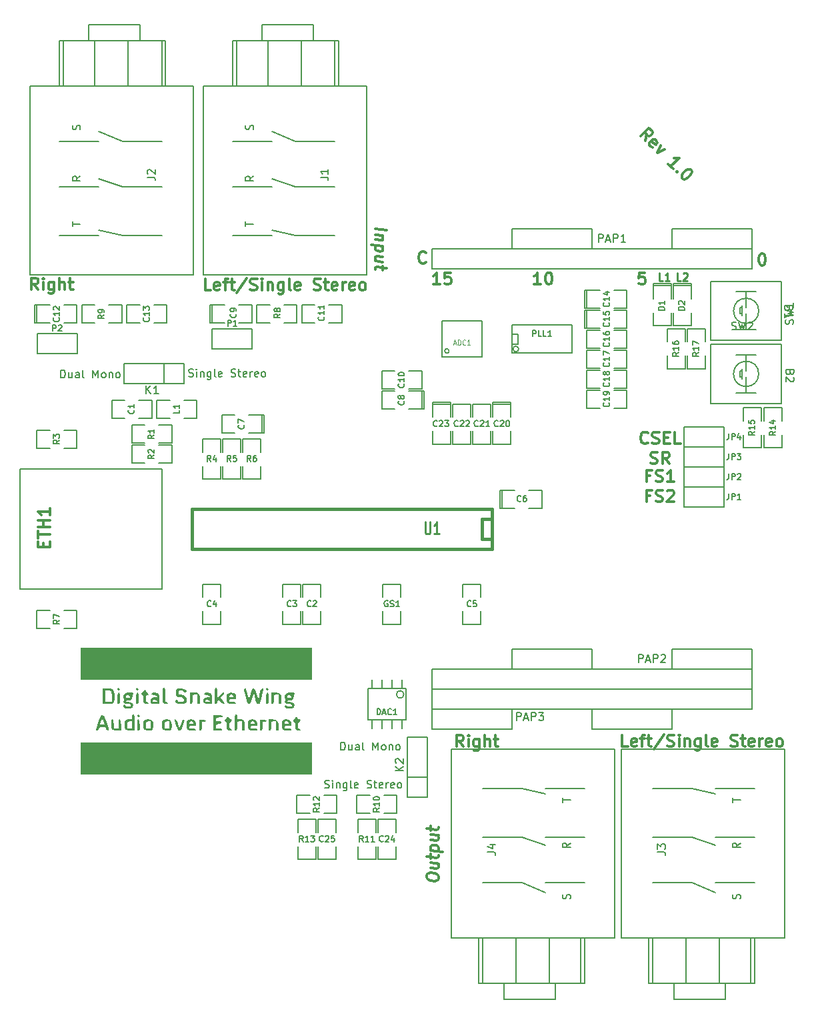
<source format=gto>
G04 (created by PCBNEW (2013-07-07 BZR 4022)-stable) date 03/07/2014 16:21:05*
%MOIN*%
G04 Gerber Fmt 3.4, Leading zero omitted, Abs format*
%FSLAX34Y34*%
G01*
G70*
G90*
G04 APERTURE LIST*
%ADD10C,0.00590551*%
%ADD11C,0.00984252*%
%ADD12C,0.011811*%
%ADD13C,0.00787402*%
%ADD14C,0.005*%
%ADD15C,0.0065*%
%ADD16C,0.006*%
%ADD17C,0.015*%
%ADD18C,0.0001*%
%ADD19C,0.0047*%
%ADD20C,0.0059*%
%ADD21C,0.007*%
%ADD22C,0.01125*%
%ADD23C,0.012*%
G04 APERTURE END LIST*
G54D10*
X64096Y-37440D02*
X64078Y-37496D01*
X64059Y-37515D01*
X64021Y-37534D01*
X63965Y-37534D01*
X63928Y-37515D01*
X63909Y-37496D01*
X63890Y-37459D01*
X63890Y-37309D01*
X64284Y-37309D01*
X64284Y-37440D01*
X64265Y-37478D01*
X64246Y-37496D01*
X64209Y-37515D01*
X64171Y-37515D01*
X64134Y-37496D01*
X64115Y-37478D01*
X64096Y-37440D01*
X64096Y-37309D01*
X64246Y-37684D02*
X64265Y-37703D01*
X64284Y-37740D01*
X64284Y-37834D01*
X64265Y-37871D01*
X64246Y-37890D01*
X64209Y-37909D01*
X64171Y-37909D01*
X64115Y-37890D01*
X63890Y-37665D01*
X63890Y-37909D01*
G54D11*
X58634Y-32859D02*
X58446Y-32859D01*
X58446Y-32465D01*
X58746Y-32503D02*
X58765Y-32484D01*
X58803Y-32465D01*
X58896Y-32465D01*
X58934Y-32484D01*
X58953Y-32503D01*
X58971Y-32540D01*
X58971Y-32578D01*
X58953Y-32634D01*
X58728Y-32859D01*
X58971Y-32859D01*
X57734Y-32859D02*
X57546Y-32859D01*
X57546Y-32465D01*
X58071Y-32859D02*
X57846Y-32859D01*
X57959Y-32859D02*
X57959Y-32465D01*
X57921Y-32521D01*
X57884Y-32559D01*
X57846Y-32578D01*
G54D10*
X64046Y-34240D02*
X64028Y-34296D01*
X64009Y-34315D01*
X63971Y-34334D01*
X63915Y-34334D01*
X63878Y-34315D01*
X63859Y-34296D01*
X63840Y-34259D01*
X63840Y-34109D01*
X64234Y-34109D01*
X64234Y-34240D01*
X64215Y-34278D01*
X64196Y-34296D01*
X64159Y-34315D01*
X64121Y-34315D01*
X64084Y-34296D01*
X64065Y-34278D01*
X64046Y-34240D01*
X64046Y-34109D01*
X63840Y-34709D02*
X63840Y-34484D01*
X63840Y-34596D02*
X64234Y-34596D01*
X64178Y-34559D01*
X64140Y-34521D01*
X64121Y-34484D01*
G54D12*
X62671Y-31498D02*
X62728Y-31498D01*
X62784Y-31526D01*
X62812Y-31554D01*
X62840Y-31610D01*
X62868Y-31723D01*
X62868Y-31864D01*
X62840Y-31976D01*
X62812Y-32032D01*
X62784Y-32060D01*
X62728Y-32089D01*
X62671Y-32089D01*
X62615Y-32060D01*
X62587Y-32032D01*
X62559Y-31976D01*
X62531Y-31864D01*
X62531Y-31723D01*
X62559Y-31610D01*
X62587Y-31554D01*
X62615Y-31526D01*
X62671Y-31498D01*
X56840Y-32448D02*
X56559Y-32448D01*
X56531Y-32729D01*
X56559Y-32701D01*
X56615Y-32673D01*
X56756Y-32673D01*
X56812Y-32701D01*
X56840Y-32729D01*
X56868Y-32785D01*
X56868Y-32926D01*
X56840Y-32982D01*
X56812Y-33010D01*
X56756Y-33039D01*
X56615Y-33039D01*
X56559Y-33010D01*
X56531Y-32982D01*
X51637Y-33039D02*
X51300Y-33039D01*
X51468Y-33039D02*
X51468Y-32448D01*
X51412Y-32532D01*
X51356Y-32589D01*
X51300Y-32617D01*
X52003Y-32448D02*
X52059Y-32448D01*
X52115Y-32476D01*
X52143Y-32504D01*
X52171Y-32560D01*
X52199Y-32673D01*
X52199Y-32814D01*
X52171Y-32926D01*
X52143Y-32982D01*
X52115Y-33010D01*
X52059Y-33039D01*
X52003Y-33039D01*
X51946Y-33010D01*
X51918Y-32982D01*
X51890Y-32926D01*
X51862Y-32814D01*
X51862Y-32673D01*
X51890Y-32560D01*
X51918Y-32504D01*
X51946Y-32476D01*
X52003Y-32448D01*
X46587Y-33039D02*
X46250Y-33039D01*
X46418Y-33039D02*
X46418Y-32448D01*
X46362Y-32532D01*
X46306Y-32589D01*
X46250Y-32617D01*
X47121Y-32448D02*
X46840Y-32448D01*
X46812Y-32729D01*
X46840Y-32701D01*
X46896Y-32673D01*
X47037Y-32673D01*
X47093Y-32701D01*
X47121Y-32729D01*
X47149Y-32785D01*
X47149Y-32926D01*
X47121Y-32982D01*
X47093Y-33010D01*
X47037Y-33039D01*
X46896Y-33039D01*
X46840Y-33010D01*
X46812Y-32982D01*
X45882Y-31932D02*
X45854Y-31960D01*
X45770Y-31989D01*
X45714Y-31989D01*
X45629Y-31960D01*
X45573Y-31904D01*
X45545Y-31848D01*
X45517Y-31735D01*
X45517Y-31651D01*
X45545Y-31539D01*
X45573Y-31482D01*
X45629Y-31426D01*
X45714Y-31398D01*
X45770Y-31398D01*
X45854Y-31426D01*
X45882Y-31454D01*
G54D13*
X41628Y-56309D02*
X41628Y-55915D01*
X41722Y-55915D01*
X41778Y-55934D01*
X41815Y-55971D01*
X41834Y-56009D01*
X41853Y-56084D01*
X41853Y-56140D01*
X41834Y-56215D01*
X41815Y-56253D01*
X41778Y-56290D01*
X41722Y-56309D01*
X41628Y-56309D01*
X42190Y-56046D02*
X42190Y-56309D01*
X42022Y-56046D02*
X42022Y-56253D01*
X42040Y-56290D01*
X42078Y-56309D01*
X42134Y-56309D01*
X42171Y-56290D01*
X42190Y-56271D01*
X42546Y-56309D02*
X42546Y-56103D01*
X42528Y-56065D01*
X42490Y-56046D01*
X42415Y-56046D01*
X42378Y-56065D01*
X42546Y-56290D02*
X42509Y-56309D01*
X42415Y-56309D01*
X42378Y-56290D01*
X42359Y-56253D01*
X42359Y-56215D01*
X42378Y-56178D01*
X42415Y-56159D01*
X42509Y-56159D01*
X42546Y-56140D01*
X42790Y-56309D02*
X42753Y-56290D01*
X42734Y-56253D01*
X42734Y-55915D01*
X43240Y-56309D02*
X43240Y-55915D01*
X43371Y-56196D01*
X43503Y-55915D01*
X43503Y-56309D01*
X43746Y-56309D02*
X43709Y-56290D01*
X43690Y-56271D01*
X43671Y-56234D01*
X43671Y-56121D01*
X43690Y-56084D01*
X43709Y-56065D01*
X43746Y-56046D01*
X43803Y-56046D01*
X43840Y-56065D01*
X43859Y-56084D01*
X43878Y-56121D01*
X43878Y-56234D01*
X43859Y-56271D01*
X43840Y-56290D01*
X43803Y-56309D01*
X43746Y-56309D01*
X44046Y-56046D02*
X44046Y-56309D01*
X44046Y-56084D02*
X44065Y-56065D01*
X44102Y-56046D01*
X44159Y-56046D01*
X44196Y-56065D01*
X44215Y-56103D01*
X44215Y-56309D01*
X44459Y-56309D02*
X44421Y-56290D01*
X44402Y-56271D01*
X44384Y-56234D01*
X44384Y-56121D01*
X44402Y-56084D01*
X44421Y-56065D01*
X44459Y-56046D01*
X44515Y-56046D01*
X44552Y-56065D01*
X44571Y-56084D01*
X44590Y-56121D01*
X44590Y-56234D01*
X44571Y-56271D01*
X44552Y-56290D01*
X44515Y-56309D01*
X44459Y-56309D01*
X40828Y-58190D02*
X40884Y-58209D01*
X40978Y-58209D01*
X41015Y-58190D01*
X41034Y-58171D01*
X41053Y-58134D01*
X41053Y-58096D01*
X41034Y-58059D01*
X41015Y-58040D01*
X40978Y-58021D01*
X40903Y-58003D01*
X40865Y-57984D01*
X40847Y-57965D01*
X40828Y-57928D01*
X40828Y-57890D01*
X40847Y-57853D01*
X40865Y-57834D01*
X40903Y-57815D01*
X40997Y-57815D01*
X41053Y-57834D01*
X41222Y-58209D02*
X41222Y-57946D01*
X41222Y-57815D02*
X41203Y-57834D01*
X41222Y-57853D01*
X41240Y-57834D01*
X41222Y-57815D01*
X41222Y-57853D01*
X41409Y-57946D02*
X41409Y-58209D01*
X41409Y-57984D02*
X41428Y-57965D01*
X41465Y-57946D01*
X41522Y-57946D01*
X41559Y-57965D01*
X41578Y-58003D01*
X41578Y-58209D01*
X41934Y-57946D02*
X41934Y-58265D01*
X41915Y-58303D01*
X41896Y-58321D01*
X41859Y-58340D01*
X41803Y-58340D01*
X41765Y-58321D01*
X41934Y-58190D02*
X41896Y-58209D01*
X41821Y-58209D01*
X41784Y-58190D01*
X41765Y-58171D01*
X41747Y-58134D01*
X41747Y-58021D01*
X41765Y-57984D01*
X41784Y-57965D01*
X41821Y-57946D01*
X41896Y-57946D01*
X41934Y-57965D01*
X42178Y-58209D02*
X42140Y-58190D01*
X42121Y-58153D01*
X42121Y-57815D01*
X42478Y-58190D02*
X42440Y-58209D01*
X42365Y-58209D01*
X42328Y-58190D01*
X42309Y-58153D01*
X42309Y-58003D01*
X42328Y-57965D01*
X42365Y-57946D01*
X42440Y-57946D01*
X42478Y-57965D01*
X42496Y-58003D01*
X42496Y-58040D01*
X42309Y-58078D01*
X42946Y-58190D02*
X43003Y-58209D01*
X43096Y-58209D01*
X43134Y-58190D01*
X43153Y-58171D01*
X43171Y-58134D01*
X43171Y-58096D01*
X43153Y-58059D01*
X43134Y-58040D01*
X43096Y-58021D01*
X43021Y-58003D01*
X42984Y-57984D01*
X42965Y-57965D01*
X42946Y-57928D01*
X42946Y-57890D01*
X42965Y-57853D01*
X42984Y-57834D01*
X43021Y-57815D01*
X43115Y-57815D01*
X43171Y-57834D01*
X43284Y-57946D02*
X43434Y-57946D01*
X43340Y-57815D02*
X43340Y-58153D01*
X43359Y-58190D01*
X43396Y-58209D01*
X43434Y-58209D01*
X43715Y-58190D02*
X43678Y-58209D01*
X43603Y-58209D01*
X43565Y-58190D01*
X43546Y-58153D01*
X43546Y-58003D01*
X43565Y-57965D01*
X43603Y-57946D01*
X43678Y-57946D01*
X43715Y-57965D01*
X43734Y-58003D01*
X43734Y-58040D01*
X43546Y-58078D01*
X43902Y-58209D02*
X43902Y-57946D01*
X43902Y-58021D02*
X43921Y-57984D01*
X43940Y-57965D01*
X43977Y-57946D01*
X44015Y-57946D01*
X44296Y-58190D02*
X44259Y-58209D01*
X44184Y-58209D01*
X44146Y-58190D01*
X44127Y-58153D01*
X44127Y-58003D01*
X44146Y-57965D01*
X44184Y-57946D01*
X44259Y-57946D01*
X44296Y-57965D01*
X44315Y-58003D01*
X44315Y-58040D01*
X44127Y-58078D01*
X44540Y-58209D02*
X44502Y-58190D01*
X44484Y-58171D01*
X44465Y-58134D01*
X44465Y-58021D01*
X44484Y-57984D01*
X44502Y-57965D01*
X44540Y-57946D01*
X44596Y-57946D01*
X44634Y-57965D01*
X44652Y-57984D01*
X44671Y-58021D01*
X44671Y-58134D01*
X44652Y-58171D01*
X44634Y-58190D01*
X44596Y-58209D01*
X44540Y-58209D01*
X27628Y-37709D02*
X27628Y-37315D01*
X27722Y-37315D01*
X27778Y-37334D01*
X27815Y-37371D01*
X27834Y-37409D01*
X27853Y-37484D01*
X27853Y-37540D01*
X27834Y-37615D01*
X27815Y-37653D01*
X27778Y-37690D01*
X27722Y-37709D01*
X27628Y-37709D01*
X28190Y-37446D02*
X28190Y-37709D01*
X28022Y-37446D02*
X28022Y-37653D01*
X28040Y-37690D01*
X28078Y-37709D01*
X28134Y-37709D01*
X28171Y-37690D01*
X28190Y-37671D01*
X28546Y-37709D02*
X28546Y-37503D01*
X28528Y-37465D01*
X28490Y-37446D01*
X28415Y-37446D01*
X28378Y-37465D01*
X28546Y-37690D02*
X28509Y-37709D01*
X28415Y-37709D01*
X28378Y-37690D01*
X28359Y-37653D01*
X28359Y-37615D01*
X28378Y-37578D01*
X28415Y-37559D01*
X28509Y-37559D01*
X28546Y-37540D01*
X28790Y-37709D02*
X28753Y-37690D01*
X28734Y-37653D01*
X28734Y-37315D01*
X29240Y-37709D02*
X29240Y-37315D01*
X29371Y-37596D01*
X29503Y-37315D01*
X29503Y-37709D01*
X29746Y-37709D02*
X29709Y-37690D01*
X29690Y-37671D01*
X29671Y-37634D01*
X29671Y-37521D01*
X29690Y-37484D01*
X29709Y-37465D01*
X29746Y-37446D01*
X29803Y-37446D01*
X29840Y-37465D01*
X29859Y-37484D01*
X29878Y-37521D01*
X29878Y-37634D01*
X29859Y-37671D01*
X29840Y-37690D01*
X29803Y-37709D01*
X29746Y-37709D01*
X30046Y-37446D02*
X30046Y-37709D01*
X30046Y-37484D02*
X30065Y-37465D01*
X30102Y-37446D01*
X30159Y-37446D01*
X30196Y-37465D01*
X30215Y-37503D01*
X30215Y-37709D01*
X30459Y-37709D02*
X30421Y-37690D01*
X30402Y-37671D01*
X30384Y-37634D01*
X30384Y-37521D01*
X30402Y-37484D01*
X30421Y-37465D01*
X30459Y-37446D01*
X30515Y-37446D01*
X30552Y-37465D01*
X30571Y-37484D01*
X30590Y-37521D01*
X30590Y-37634D01*
X30571Y-37671D01*
X30552Y-37690D01*
X30515Y-37709D01*
X30459Y-37709D01*
X34028Y-37640D02*
X34084Y-37659D01*
X34178Y-37659D01*
X34215Y-37640D01*
X34234Y-37621D01*
X34253Y-37584D01*
X34253Y-37546D01*
X34234Y-37509D01*
X34215Y-37490D01*
X34178Y-37471D01*
X34103Y-37453D01*
X34065Y-37434D01*
X34047Y-37415D01*
X34028Y-37378D01*
X34028Y-37340D01*
X34047Y-37303D01*
X34065Y-37284D01*
X34103Y-37265D01*
X34197Y-37265D01*
X34253Y-37284D01*
X34422Y-37659D02*
X34422Y-37396D01*
X34422Y-37265D02*
X34403Y-37284D01*
X34422Y-37303D01*
X34440Y-37284D01*
X34422Y-37265D01*
X34422Y-37303D01*
X34609Y-37396D02*
X34609Y-37659D01*
X34609Y-37434D02*
X34628Y-37415D01*
X34665Y-37396D01*
X34722Y-37396D01*
X34759Y-37415D01*
X34778Y-37453D01*
X34778Y-37659D01*
X35134Y-37396D02*
X35134Y-37715D01*
X35115Y-37753D01*
X35096Y-37771D01*
X35059Y-37790D01*
X35003Y-37790D01*
X34965Y-37771D01*
X35134Y-37640D02*
X35096Y-37659D01*
X35021Y-37659D01*
X34984Y-37640D01*
X34965Y-37621D01*
X34947Y-37584D01*
X34947Y-37471D01*
X34965Y-37434D01*
X34984Y-37415D01*
X35021Y-37396D01*
X35096Y-37396D01*
X35134Y-37415D01*
X35378Y-37659D02*
X35340Y-37640D01*
X35321Y-37603D01*
X35321Y-37265D01*
X35678Y-37640D02*
X35640Y-37659D01*
X35565Y-37659D01*
X35528Y-37640D01*
X35509Y-37603D01*
X35509Y-37453D01*
X35528Y-37415D01*
X35565Y-37396D01*
X35640Y-37396D01*
X35678Y-37415D01*
X35696Y-37453D01*
X35696Y-37490D01*
X35509Y-37528D01*
X36146Y-37640D02*
X36203Y-37659D01*
X36296Y-37659D01*
X36334Y-37640D01*
X36353Y-37621D01*
X36371Y-37584D01*
X36371Y-37546D01*
X36353Y-37509D01*
X36334Y-37490D01*
X36296Y-37471D01*
X36221Y-37453D01*
X36184Y-37434D01*
X36165Y-37415D01*
X36146Y-37378D01*
X36146Y-37340D01*
X36165Y-37303D01*
X36184Y-37284D01*
X36221Y-37265D01*
X36315Y-37265D01*
X36371Y-37284D01*
X36484Y-37396D02*
X36634Y-37396D01*
X36540Y-37265D02*
X36540Y-37603D01*
X36559Y-37640D01*
X36596Y-37659D01*
X36634Y-37659D01*
X36915Y-37640D02*
X36878Y-37659D01*
X36803Y-37659D01*
X36765Y-37640D01*
X36746Y-37603D01*
X36746Y-37453D01*
X36765Y-37415D01*
X36803Y-37396D01*
X36878Y-37396D01*
X36915Y-37415D01*
X36934Y-37453D01*
X36934Y-37490D01*
X36746Y-37528D01*
X37102Y-37659D02*
X37102Y-37396D01*
X37102Y-37471D02*
X37121Y-37434D01*
X37140Y-37415D01*
X37177Y-37396D01*
X37215Y-37396D01*
X37496Y-37640D02*
X37459Y-37659D01*
X37384Y-37659D01*
X37346Y-37640D01*
X37327Y-37603D01*
X37327Y-37453D01*
X37346Y-37415D01*
X37384Y-37396D01*
X37459Y-37396D01*
X37496Y-37415D01*
X37515Y-37453D01*
X37515Y-37490D01*
X37327Y-37528D01*
X37740Y-37659D02*
X37702Y-37640D01*
X37684Y-37621D01*
X37665Y-37584D01*
X37665Y-37471D01*
X37684Y-37434D01*
X37702Y-37415D01*
X37740Y-37396D01*
X37796Y-37396D01*
X37834Y-37415D01*
X37852Y-37434D01*
X37871Y-37471D01*
X37871Y-37584D01*
X37852Y-37621D01*
X37834Y-37640D01*
X37796Y-37659D01*
X37740Y-37659D01*
G54D12*
X55987Y-56139D02*
X55706Y-56139D01*
X55706Y-55548D01*
X56409Y-56110D02*
X56353Y-56139D01*
X56241Y-56139D01*
X56184Y-56110D01*
X56156Y-56054D01*
X56156Y-55829D01*
X56184Y-55773D01*
X56241Y-55745D01*
X56353Y-55745D01*
X56409Y-55773D01*
X56437Y-55829D01*
X56437Y-55885D01*
X56156Y-55942D01*
X56606Y-55745D02*
X56831Y-55745D01*
X56691Y-56139D02*
X56691Y-55632D01*
X56719Y-55576D01*
X56775Y-55548D01*
X56831Y-55548D01*
X56944Y-55745D02*
X57169Y-55745D01*
X57028Y-55548D02*
X57028Y-56054D01*
X57056Y-56110D01*
X57112Y-56139D01*
X57169Y-56139D01*
X57787Y-55520D02*
X57281Y-56279D01*
X57956Y-56110D02*
X58040Y-56139D01*
X58181Y-56139D01*
X58237Y-56110D01*
X58265Y-56082D01*
X58293Y-56026D01*
X58293Y-55970D01*
X58265Y-55914D01*
X58237Y-55885D01*
X58181Y-55857D01*
X58068Y-55829D01*
X58012Y-55801D01*
X57984Y-55773D01*
X57956Y-55717D01*
X57956Y-55660D01*
X57984Y-55604D01*
X58012Y-55576D01*
X58068Y-55548D01*
X58209Y-55548D01*
X58293Y-55576D01*
X58547Y-56139D02*
X58547Y-55745D01*
X58547Y-55548D02*
X58518Y-55576D01*
X58547Y-55604D01*
X58575Y-55576D01*
X58547Y-55548D01*
X58547Y-55604D01*
X58828Y-55745D02*
X58828Y-56139D01*
X58828Y-55801D02*
X58856Y-55773D01*
X58912Y-55745D01*
X58996Y-55745D01*
X59053Y-55773D01*
X59081Y-55829D01*
X59081Y-56139D01*
X59615Y-55745D02*
X59615Y-56223D01*
X59587Y-56279D01*
X59559Y-56307D01*
X59503Y-56335D01*
X59418Y-56335D01*
X59362Y-56307D01*
X59615Y-56110D02*
X59559Y-56139D01*
X59446Y-56139D01*
X59390Y-56110D01*
X59362Y-56082D01*
X59334Y-56026D01*
X59334Y-55857D01*
X59362Y-55801D01*
X59390Y-55773D01*
X59446Y-55745D01*
X59559Y-55745D01*
X59615Y-55773D01*
X59981Y-56139D02*
X59924Y-56110D01*
X59896Y-56054D01*
X59896Y-55548D01*
X60431Y-56110D02*
X60374Y-56139D01*
X60262Y-56139D01*
X60206Y-56110D01*
X60178Y-56054D01*
X60178Y-55829D01*
X60206Y-55773D01*
X60262Y-55745D01*
X60374Y-55745D01*
X60431Y-55773D01*
X60459Y-55829D01*
X60459Y-55885D01*
X60178Y-55942D01*
X61134Y-56110D02*
X61218Y-56139D01*
X61359Y-56139D01*
X61415Y-56110D01*
X61443Y-56082D01*
X61471Y-56026D01*
X61471Y-55970D01*
X61443Y-55914D01*
X61415Y-55885D01*
X61359Y-55857D01*
X61246Y-55829D01*
X61190Y-55801D01*
X61162Y-55773D01*
X61134Y-55717D01*
X61134Y-55660D01*
X61162Y-55604D01*
X61190Y-55576D01*
X61246Y-55548D01*
X61387Y-55548D01*
X61471Y-55576D01*
X61640Y-55745D02*
X61865Y-55745D01*
X61724Y-55548D02*
X61724Y-56054D01*
X61752Y-56110D01*
X61809Y-56139D01*
X61865Y-56139D01*
X62287Y-56110D02*
X62230Y-56139D01*
X62118Y-56139D01*
X62062Y-56110D01*
X62034Y-56054D01*
X62034Y-55829D01*
X62062Y-55773D01*
X62118Y-55745D01*
X62230Y-55745D01*
X62287Y-55773D01*
X62315Y-55829D01*
X62315Y-55885D01*
X62034Y-55942D01*
X62568Y-56139D02*
X62568Y-55745D01*
X62568Y-55857D02*
X62596Y-55801D01*
X62624Y-55773D01*
X62680Y-55745D01*
X62737Y-55745D01*
X63158Y-56110D02*
X63102Y-56139D01*
X62990Y-56139D01*
X62933Y-56110D01*
X62905Y-56054D01*
X62905Y-55829D01*
X62933Y-55773D01*
X62990Y-55745D01*
X63102Y-55745D01*
X63158Y-55773D01*
X63187Y-55829D01*
X63187Y-55885D01*
X62905Y-55942D01*
X63524Y-56139D02*
X63468Y-56110D01*
X63440Y-56082D01*
X63412Y-56026D01*
X63412Y-55857D01*
X63440Y-55801D01*
X63468Y-55773D01*
X63524Y-55745D01*
X63608Y-55745D01*
X63665Y-55773D01*
X63693Y-55801D01*
X63721Y-55857D01*
X63721Y-56026D01*
X63693Y-56082D01*
X63665Y-56110D01*
X63608Y-56139D01*
X63524Y-56139D01*
X47764Y-56144D02*
X47567Y-55863D01*
X47426Y-56144D02*
X47426Y-55553D01*
X47651Y-55553D01*
X47708Y-55582D01*
X47736Y-55610D01*
X47764Y-55666D01*
X47764Y-55750D01*
X47736Y-55807D01*
X47708Y-55835D01*
X47651Y-55863D01*
X47426Y-55863D01*
X48017Y-56144D02*
X48017Y-55750D01*
X48017Y-55553D02*
X47989Y-55582D01*
X48017Y-55610D01*
X48045Y-55582D01*
X48017Y-55553D01*
X48017Y-55610D01*
X48551Y-55750D02*
X48551Y-56228D01*
X48523Y-56285D01*
X48495Y-56313D01*
X48439Y-56341D01*
X48354Y-56341D01*
X48298Y-56313D01*
X48551Y-56116D02*
X48495Y-56144D01*
X48383Y-56144D01*
X48326Y-56116D01*
X48298Y-56088D01*
X48270Y-56032D01*
X48270Y-55863D01*
X48298Y-55807D01*
X48326Y-55778D01*
X48383Y-55750D01*
X48495Y-55750D01*
X48551Y-55778D01*
X48832Y-56144D02*
X48832Y-55553D01*
X49086Y-56144D02*
X49086Y-55835D01*
X49057Y-55778D01*
X49001Y-55750D01*
X48917Y-55750D01*
X48861Y-55778D01*
X48832Y-55807D01*
X49282Y-55750D02*
X49507Y-55750D01*
X49367Y-55553D02*
X49367Y-56060D01*
X49395Y-56116D01*
X49451Y-56144D01*
X49507Y-56144D01*
X26504Y-33309D02*
X26307Y-33028D01*
X26167Y-33309D02*
X26167Y-32719D01*
X26392Y-32719D01*
X26448Y-32747D01*
X26476Y-32775D01*
X26504Y-32831D01*
X26504Y-32916D01*
X26476Y-32972D01*
X26448Y-33000D01*
X26392Y-33028D01*
X26167Y-33028D01*
X26757Y-33309D02*
X26757Y-32916D01*
X26757Y-32719D02*
X26729Y-32747D01*
X26757Y-32775D01*
X26785Y-32747D01*
X26757Y-32719D01*
X26757Y-32775D01*
X27291Y-32916D02*
X27291Y-33394D01*
X27263Y-33450D01*
X27235Y-33478D01*
X27179Y-33506D01*
X27095Y-33506D01*
X27038Y-33478D01*
X27291Y-33281D02*
X27235Y-33309D01*
X27123Y-33309D01*
X27066Y-33281D01*
X27038Y-33253D01*
X27010Y-33197D01*
X27010Y-33028D01*
X27038Y-32972D01*
X27066Y-32944D01*
X27123Y-32916D01*
X27235Y-32916D01*
X27291Y-32944D01*
X27573Y-33309D02*
X27573Y-32719D01*
X27826Y-33309D02*
X27826Y-33000D01*
X27798Y-32944D01*
X27741Y-32916D01*
X27657Y-32916D01*
X27601Y-32944D01*
X27573Y-32972D01*
X28023Y-32916D02*
X28248Y-32916D01*
X28107Y-32719D02*
X28107Y-33225D01*
X28135Y-33281D01*
X28191Y-33309D01*
X28248Y-33309D01*
X35137Y-33339D02*
X34856Y-33339D01*
X34856Y-32748D01*
X35559Y-33310D02*
X35503Y-33339D01*
X35391Y-33339D01*
X35334Y-33310D01*
X35306Y-33254D01*
X35306Y-33029D01*
X35334Y-32973D01*
X35391Y-32945D01*
X35503Y-32945D01*
X35559Y-32973D01*
X35587Y-33029D01*
X35587Y-33085D01*
X35306Y-33142D01*
X35756Y-32945D02*
X35981Y-32945D01*
X35841Y-33339D02*
X35841Y-32832D01*
X35869Y-32776D01*
X35925Y-32748D01*
X35981Y-32748D01*
X36094Y-32945D02*
X36319Y-32945D01*
X36178Y-32748D02*
X36178Y-33254D01*
X36206Y-33310D01*
X36262Y-33339D01*
X36319Y-33339D01*
X36937Y-32720D02*
X36431Y-33479D01*
X37106Y-33310D02*
X37190Y-33339D01*
X37331Y-33339D01*
X37387Y-33310D01*
X37415Y-33282D01*
X37443Y-33226D01*
X37443Y-33170D01*
X37415Y-33114D01*
X37387Y-33085D01*
X37331Y-33057D01*
X37218Y-33029D01*
X37162Y-33001D01*
X37134Y-32973D01*
X37106Y-32917D01*
X37106Y-32860D01*
X37134Y-32804D01*
X37162Y-32776D01*
X37218Y-32748D01*
X37359Y-32748D01*
X37443Y-32776D01*
X37697Y-33339D02*
X37697Y-32945D01*
X37697Y-32748D02*
X37668Y-32776D01*
X37697Y-32804D01*
X37725Y-32776D01*
X37697Y-32748D01*
X37697Y-32804D01*
X37978Y-32945D02*
X37978Y-33339D01*
X37978Y-33001D02*
X38006Y-32973D01*
X38062Y-32945D01*
X38146Y-32945D01*
X38203Y-32973D01*
X38231Y-33029D01*
X38231Y-33339D01*
X38765Y-32945D02*
X38765Y-33423D01*
X38737Y-33479D01*
X38709Y-33507D01*
X38653Y-33535D01*
X38568Y-33535D01*
X38512Y-33507D01*
X38765Y-33310D02*
X38709Y-33339D01*
X38596Y-33339D01*
X38540Y-33310D01*
X38512Y-33282D01*
X38484Y-33226D01*
X38484Y-33057D01*
X38512Y-33001D01*
X38540Y-32973D01*
X38596Y-32945D01*
X38709Y-32945D01*
X38765Y-32973D01*
X39131Y-33339D02*
X39074Y-33310D01*
X39046Y-33254D01*
X39046Y-32748D01*
X39581Y-33310D02*
X39524Y-33339D01*
X39412Y-33339D01*
X39356Y-33310D01*
X39328Y-33254D01*
X39328Y-33029D01*
X39356Y-32973D01*
X39412Y-32945D01*
X39524Y-32945D01*
X39581Y-32973D01*
X39609Y-33029D01*
X39609Y-33085D01*
X39328Y-33142D01*
X40284Y-33310D02*
X40368Y-33339D01*
X40509Y-33339D01*
X40565Y-33310D01*
X40593Y-33282D01*
X40621Y-33226D01*
X40621Y-33170D01*
X40593Y-33114D01*
X40565Y-33085D01*
X40509Y-33057D01*
X40396Y-33029D01*
X40340Y-33001D01*
X40312Y-32973D01*
X40284Y-32917D01*
X40284Y-32860D01*
X40312Y-32804D01*
X40340Y-32776D01*
X40396Y-32748D01*
X40537Y-32748D01*
X40621Y-32776D01*
X40790Y-32945D02*
X41015Y-32945D01*
X40874Y-32748D02*
X40874Y-33254D01*
X40902Y-33310D01*
X40959Y-33339D01*
X41015Y-33339D01*
X41437Y-33310D02*
X41380Y-33339D01*
X41268Y-33339D01*
X41212Y-33310D01*
X41184Y-33254D01*
X41184Y-33029D01*
X41212Y-32973D01*
X41268Y-32945D01*
X41380Y-32945D01*
X41437Y-32973D01*
X41465Y-33029D01*
X41465Y-33085D01*
X41184Y-33142D01*
X41718Y-33339D02*
X41718Y-32945D01*
X41718Y-33057D02*
X41746Y-33001D01*
X41774Y-32973D01*
X41830Y-32945D01*
X41887Y-32945D01*
X42308Y-33310D02*
X42252Y-33339D01*
X42140Y-33339D01*
X42083Y-33310D01*
X42055Y-33254D01*
X42055Y-33029D01*
X42083Y-32973D01*
X42140Y-32945D01*
X42252Y-32945D01*
X42308Y-32973D01*
X42337Y-33029D01*
X42337Y-33085D01*
X42055Y-33142D01*
X42674Y-33339D02*
X42618Y-33310D01*
X42590Y-33282D01*
X42562Y-33226D01*
X42562Y-33057D01*
X42590Y-33001D01*
X42618Y-32973D01*
X42674Y-32945D01*
X42758Y-32945D01*
X42815Y-32973D01*
X42843Y-33001D01*
X42871Y-33057D01*
X42871Y-33226D01*
X42843Y-33282D01*
X42815Y-33310D01*
X42758Y-33339D01*
X42674Y-33339D01*
X56851Y-25871D02*
X56910Y-25533D01*
X56612Y-25633D02*
X57029Y-25215D01*
X57189Y-25374D01*
X57208Y-25434D01*
X57208Y-25474D01*
X57189Y-25533D01*
X57129Y-25593D01*
X57069Y-25613D01*
X57029Y-25613D01*
X56970Y-25593D01*
X56811Y-25434D01*
X57208Y-26189D02*
X57149Y-26170D01*
X57069Y-26090D01*
X57049Y-26030D01*
X57069Y-25971D01*
X57228Y-25812D01*
X57288Y-25792D01*
X57348Y-25812D01*
X57427Y-25891D01*
X57447Y-25951D01*
X57427Y-26010D01*
X57387Y-26050D01*
X57149Y-25891D01*
X57626Y-26090D02*
X57447Y-26468D01*
X57825Y-26289D01*
X58242Y-27263D02*
X58004Y-27025D01*
X58123Y-27144D02*
X58541Y-26726D01*
X58441Y-26746D01*
X58362Y-26746D01*
X58302Y-26726D01*
X58461Y-27402D02*
X58461Y-27442D01*
X58421Y-27442D01*
X58421Y-27402D01*
X58461Y-27402D01*
X58421Y-27442D01*
X59117Y-27303D02*
X59157Y-27343D01*
X59177Y-27402D01*
X59177Y-27442D01*
X59157Y-27502D01*
X59098Y-27601D01*
X58998Y-27701D01*
X58899Y-27760D01*
X58839Y-27780D01*
X58799Y-27780D01*
X58740Y-27760D01*
X58700Y-27721D01*
X58680Y-27661D01*
X58680Y-27621D01*
X58700Y-27561D01*
X58759Y-27462D01*
X58859Y-27363D01*
X58958Y-27303D01*
X59018Y-27283D01*
X59058Y-27283D01*
X59117Y-27303D01*
X57106Y-43597D02*
X56910Y-43597D01*
X56910Y-43906D02*
X56910Y-43316D01*
X57191Y-43316D01*
X57388Y-43878D02*
X57472Y-43906D01*
X57613Y-43906D01*
X57669Y-43878D01*
X57697Y-43850D01*
X57725Y-43794D01*
X57725Y-43738D01*
X57697Y-43681D01*
X57669Y-43653D01*
X57613Y-43625D01*
X57500Y-43597D01*
X57444Y-43569D01*
X57416Y-43541D01*
X57388Y-43484D01*
X57388Y-43428D01*
X57416Y-43372D01*
X57444Y-43344D01*
X57500Y-43316D01*
X57641Y-43316D01*
X57725Y-43344D01*
X57950Y-43372D02*
X57978Y-43344D01*
X58034Y-43316D01*
X58175Y-43316D01*
X58231Y-43344D01*
X58259Y-43372D01*
X58288Y-43428D01*
X58288Y-43484D01*
X58259Y-43569D01*
X57922Y-43906D01*
X58288Y-43906D01*
X57106Y-42597D02*
X56910Y-42597D01*
X56910Y-42906D02*
X56910Y-42316D01*
X57191Y-42316D01*
X57388Y-42878D02*
X57472Y-42906D01*
X57613Y-42906D01*
X57669Y-42878D01*
X57697Y-42850D01*
X57725Y-42794D01*
X57725Y-42738D01*
X57697Y-42681D01*
X57669Y-42653D01*
X57613Y-42625D01*
X57500Y-42597D01*
X57444Y-42569D01*
X57416Y-42541D01*
X57388Y-42484D01*
X57388Y-42428D01*
X57416Y-42372D01*
X57444Y-42344D01*
X57500Y-42316D01*
X57641Y-42316D01*
X57725Y-42344D01*
X58288Y-42906D02*
X57950Y-42906D01*
X58119Y-42906D02*
X58119Y-42316D01*
X58063Y-42400D01*
X58006Y-42456D01*
X57950Y-42484D01*
X57121Y-41978D02*
X57205Y-42006D01*
X57346Y-42006D01*
X57402Y-41978D01*
X57430Y-41950D01*
X57458Y-41894D01*
X57458Y-41838D01*
X57430Y-41781D01*
X57402Y-41753D01*
X57346Y-41725D01*
X57233Y-41697D01*
X57177Y-41669D01*
X57149Y-41641D01*
X57121Y-41584D01*
X57121Y-41528D01*
X57149Y-41472D01*
X57177Y-41444D01*
X57233Y-41416D01*
X57374Y-41416D01*
X57458Y-41444D01*
X58049Y-42006D02*
X57852Y-41725D01*
X57711Y-42006D02*
X57711Y-41416D01*
X57936Y-41416D01*
X57992Y-41444D01*
X58020Y-41472D01*
X58049Y-41528D01*
X58049Y-41613D01*
X58020Y-41669D01*
X57992Y-41697D01*
X57936Y-41725D01*
X57711Y-41725D01*
X56980Y-40950D02*
X56952Y-40978D01*
X56867Y-41006D01*
X56811Y-41006D01*
X56727Y-40978D01*
X56671Y-40922D01*
X56642Y-40866D01*
X56614Y-40753D01*
X56614Y-40669D01*
X56642Y-40556D01*
X56671Y-40500D01*
X56727Y-40444D01*
X56811Y-40416D01*
X56867Y-40416D01*
X56952Y-40444D01*
X56980Y-40472D01*
X57205Y-40978D02*
X57289Y-41006D01*
X57430Y-41006D01*
X57486Y-40978D01*
X57514Y-40950D01*
X57542Y-40894D01*
X57542Y-40838D01*
X57514Y-40781D01*
X57486Y-40753D01*
X57430Y-40725D01*
X57317Y-40697D01*
X57261Y-40669D01*
X57233Y-40641D01*
X57205Y-40584D01*
X57205Y-40528D01*
X57233Y-40472D01*
X57261Y-40444D01*
X57317Y-40416D01*
X57458Y-40416D01*
X57542Y-40444D01*
X57795Y-40697D02*
X57992Y-40697D01*
X58077Y-41006D02*
X57795Y-41006D01*
X57795Y-40416D01*
X58077Y-40416D01*
X58611Y-41006D02*
X58330Y-41006D01*
X58330Y-40416D01*
X43346Y-30267D02*
X43936Y-30341D01*
X43739Y-30598D02*
X43346Y-30548D01*
X43683Y-30591D02*
X43711Y-30622D01*
X43739Y-30682D01*
X43739Y-30766D01*
X43711Y-30819D01*
X43655Y-30840D01*
X43346Y-30801D01*
X43739Y-31132D02*
X43149Y-31058D01*
X43711Y-31128D02*
X43739Y-31188D01*
X43739Y-31301D01*
X43711Y-31353D01*
X43683Y-31378D01*
X43627Y-31399D01*
X43458Y-31378D01*
X43402Y-31343D01*
X43374Y-31311D01*
X43346Y-31251D01*
X43346Y-31139D01*
X43374Y-31086D01*
X43739Y-31919D02*
X43346Y-31870D01*
X43739Y-31666D02*
X43430Y-31628D01*
X43374Y-31649D01*
X43346Y-31701D01*
X43346Y-31786D01*
X43374Y-31845D01*
X43402Y-31877D01*
X43739Y-32116D02*
X43739Y-32341D01*
X43936Y-32225D02*
X43430Y-32162D01*
X43374Y-32183D01*
X43346Y-32236D01*
X43346Y-32292D01*
X45933Y-62668D02*
X45933Y-62556D01*
X45961Y-62503D01*
X46017Y-62454D01*
X46130Y-62440D01*
X46327Y-62465D01*
X46439Y-62507D01*
X46495Y-62570D01*
X46524Y-62630D01*
X46524Y-62742D01*
X46495Y-62795D01*
X46439Y-62844D01*
X46327Y-62858D01*
X46130Y-62834D01*
X46017Y-62791D01*
X45961Y-62728D01*
X45933Y-62668D01*
X46130Y-61934D02*
X46524Y-61983D01*
X46130Y-62187D02*
X46439Y-62226D01*
X46495Y-62204D01*
X46524Y-62152D01*
X46524Y-62067D01*
X46495Y-62008D01*
X46467Y-61976D01*
X46130Y-61737D02*
X46130Y-61512D01*
X45933Y-61628D02*
X46439Y-61691D01*
X46495Y-61670D01*
X46524Y-61617D01*
X46524Y-61561D01*
X46130Y-61315D02*
X46720Y-61389D01*
X46158Y-61319D02*
X46130Y-61259D01*
X46130Y-61146D01*
X46158Y-61094D01*
X46186Y-61069D01*
X46242Y-61048D01*
X46411Y-61069D01*
X46467Y-61104D01*
X46495Y-61136D01*
X46524Y-61196D01*
X46524Y-61308D01*
X46495Y-61361D01*
X46130Y-60528D02*
X46524Y-60577D01*
X46130Y-60781D02*
X46439Y-60819D01*
X46495Y-60798D01*
X46524Y-60746D01*
X46524Y-60661D01*
X46495Y-60602D01*
X46467Y-60570D01*
X46130Y-60331D02*
X46130Y-60106D01*
X45933Y-60222D02*
X46439Y-60285D01*
X46495Y-60264D01*
X46524Y-60211D01*
X46524Y-60155D01*
G54D14*
X47046Y-36367D02*
G75*
G03X47046Y-36367I-111J0D01*
G74*
G01*
X48685Y-34867D02*
X46685Y-34867D01*
X46685Y-34867D02*
X46685Y-36667D01*
X46685Y-36667D02*
X48685Y-36667D01*
X48685Y-36667D02*
X48685Y-34867D01*
G54D15*
X53185Y-35067D02*
X50185Y-35067D01*
X50185Y-36467D02*
X53185Y-36467D01*
X53185Y-35067D02*
X53185Y-36467D01*
G54D16*
X50185Y-36467D02*
X50185Y-35067D01*
G54D14*
X50526Y-36267D02*
G75*
G03X50526Y-36267I-141J0D01*
G74*
G01*
X50185Y-35517D02*
X50485Y-35517D01*
X50485Y-35517D02*
X50485Y-36017D01*
X50485Y-36017D02*
X50185Y-36017D01*
X44885Y-54797D02*
X44885Y-53237D01*
X44885Y-53237D02*
X42985Y-53237D01*
X42985Y-53237D02*
X42985Y-54797D01*
X42985Y-54797D02*
X44885Y-54797D01*
X44685Y-54797D02*
X44685Y-55227D01*
X44185Y-54797D02*
X44185Y-55227D01*
X43685Y-54797D02*
X43685Y-55227D01*
X43185Y-55227D02*
X43185Y-54797D01*
X43185Y-53237D02*
X43185Y-52807D01*
X43685Y-52807D02*
X43685Y-53237D01*
X44185Y-52807D02*
X44185Y-53237D01*
X44685Y-52807D02*
X44685Y-53237D01*
X44781Y-53527D02*
G75*
G03X44781Y-53527I-186J0D01*
G74*
G01*
X26435Y-34067D02*
X26335Y-34067D01*
X26335Y-34067D02*
X26335Y-34967D01*
X26335Y-34967D02*
X26435Y-34967D01*
X26435Y-34067D02*
X26435Y-34967D01*
X26435Y-34967D02*
X27085Y-34967D01*
X27785Y-34067D02*
X28435Y-34067D01*
X28435Y-34067D02*
X28435Y-34967D01*
X28435Y-34967D02*
X27785Y-34967D01*
X27085Y-34067D02*
X26435Y-34067D01*
X45685Y-39267D02*
X45785Y-39267D01*
X45785Y-39267D02*
X45785Y-38367D01*
X45785Y-38367D02*
X45685Y-38367D01*
X45685Y-39267D02*
X45685Y-38367D01*
X45685Y-38367D02*
X45035Y-38367D01*
X44335Y-39267D02*
X43685Y-39267D01*
X43685Y-39267D02*
X43685Y-38367D01*
X43685Y-38367D02*
X44335Y-38367D01*
X45035Y-39267D02*
X45685Y-39267D01*
X49685Y-43317D02*
X49585Y-43317D01*
X49585Y-43317D02*
X49585Y-44217D01*
X49585Y-44217D02*
X49685Y-44217D01*
X49685Y-43317D02*
X49685Y-44217D01*
X49685Y-44217D02*
X50335Y-44217D01*
X51035Y-43317D02*
X51685Y-43317D01*
X51685Y-43317D02*
X51685Y-44217D01*
X51685Y-44217D02*
X51035Y-44217D01*
X50335Y-43317D02*
X49685Y-43317D01*
X35185Y-34067D02*
X35085Y-34067D01*
X35085Y-34067D02*
X35085Y-34967D01*
X35085Y-34967D02*
X35185Y-34967D01*
X35185Y-34067D02*
X35185Y-34967D01*
X35185Y-34967D02*
X35835Y-34967D01*
X36535Y-34067D02*
X37185Y-34067D01*
X37185Y-34067D02*
X37185Y-34967D01*
X37185Y-34967D02*
X36535Y-34967D01*
X35835Y-34067D02*
X35185Y-34067D01*
X53935Y-33317D02*
X53835Y-33317D01*
X53835Y-33317D02*
X53835Y-34217D01*
X53835Y-34217D02*
X53935Y-34217D01*
X53935Y-33317D02*
X53935Y-34217D01*
X53935Y-34217D02*
X54585Y-34217D01*
X55285Y-33317D02*
X55935Y-33317D01*
X55935Y-33317D02*
X55935Y-34217D01*
X55935Y-34217D02*
X55285Y-34217D01*
X54585Y-33317D02*
X53935Y-33317D01*
X53935Y-34317D02*
X53835Y-34317D01*
X53835Y-34317D02*
X53835Y-35217D01*
X53835Y-35217D02*
X53935Y-35217D01*
X53935Y-34317D02*
X53935Y-35217D01*
X53935Y-35217D02*
X54585Y-35217D01*
X55285Y-34317D02*
X55935Y-34317D01*
X55935Y-34317D02*
X55935Y-35217D01*
X55935Y-35217D02*
X55285Y-35217D01*
X54585Y-34317D02*
X53935Y-34317D01*
X37685Y-40467D02*
X37785Y-40467D01*
X37785Y-40467D02*
X37785Y-39567D01*
X37785Y-39567D02*
X37685Y-39567D01*
X37685Y-40467D02*
X37685Y-39567D01*
X37685Y-39567D02*
X37035Y-39567D01*
X36335Y-40467D02*
X35685Y-40467D01*
X35685Y-40467D02*
X35685Y-39567D01*
X35685Y-39567D02*
X36335Y-39567D01*
X37035Y-40467D02*
X37685Y-40467D01*
X47135Y-39017D02*
X47135Y-38917D01*
X47135Y-38917D02*
X46235Y-38917D01*
X46235Y-38917D02*
X46235Y-39017D01*
X47135Y-39017D02*
X46235Y-39017D01*
X46235Y-39017D02*
X46235Y-39667D01*
X47135Y-40367D02*
X47135Y-41017D01*
X47135Y-41017D02*
X46235Y-41017D01*
X46235Y-41017D02*
X46235Y-40367D01*
X47135Y-39667D02*
X47135Y-39017D01*
X50135Y-39017D02*
X50135Y-38917D01*
X50135Y-38917D02*
X49235Y-38917D01*
X49235Y-38917D02*
X49235Y-39017D01*
X50135Y-39017D02*
X49235Y-39017D01*
X49235Y-39017D02*
X49235Y-39667D01*
X50135Y-40367D02*
X50135Y-41017D01*
X50135Y-41017D02*
X49235Y-41017D01*
X49235Y-41017D02*
X49235Y-40367D01*
X50135Y-39667D02*
X50135Y-39017D01*
X53935Y-37317D02*
X53935Y-38217D01*
X53935Y-38217D02*
X54585Y-38217D01*
X55285Y-37317D02*
X55935Y-37317D01*
X55935Y-37317D02*
X55935Y-38217D01*
X55935Y-38217D02*
X55285Y-38217D01*
X54585Y-37317D02*
X53935Y-37317D01*
X30935Y-34067D02*
X30935Y-34967D01*
X30935Y-34967D02*
X31585Y-34967D01*
X32285Y-34067D02*
X32935Y-34067D01*
X32935Y-34067D02*
X32935Y-34967D01*
X32935Y-34967D02*
X32285Y-34967D01*
X31585Y-34067D02*
X30935Y-34067D01*
X49135Y-39017D02*
X48235Y-39017D01*
X48235Y-39017D02*
X48235Y-39667D01*
X49135Y-40367D02*
X49135Y-41017D01*
X49135Y-41017D02*
X48235Y-41017D01*
X48235Y-41017D02*
X48235Y-40367D01*
X49135Y-39667D02*
X49135Y-39017D01*
X48135Y-39017D02*
X47235Y-39017D01*
X47235Y-39017D02*
X47235Y-39667D01*
X48135Y-40367D02*
X48135Y-41017D01*
X48135Y-41017D02*
X47235Y-41017D01*
X47235Y-41017D02*
X47235Y-40367D01*
X48135Y-39667D02*
X48135Y-39017D01*
X53935Y-35317D02*
X53935Y-36217D01*
X53935Y-36217D02*
X54585Y-36217D01*
X55285Y-35317D02*
X55935Y-35317D01*
X55935Y-35317D02*
X55935Y-36217D01*
X55935Y-36217D02*
X55285Y-36217D01*
X54585Y-35317D02*
X53935Y-35317D01*
X53935Y-36317D02*
X53935Y-37217D01*
X53935Y-37217D02*
X54585Y-37217D01*
X55285Y-36317D02*
X55935Y-36317D01*
X55935Y-36317D02*
X55935Y-37217D01*
X55935Y-37217D02*
X55285Y-37217D01*
X54585Y-36317D02*
X53935Y-36317D01*
X45685Y-38267D02*
X45685Y-37367D01*
X45685Y-37367D02*
X45035Y-37367D01*
X44335Y-38267D02*
X43685Y-38267D01*
X43685Y-38267D02*
X43685Y-37367D01*
X43685Y-37367D02*
X44335Y-37367D01*
X45035Y-38267D02*
X45685Y-38267D01*
X53935Y-38317D02*
X53935Y-39217D01*
X53935Y-39217D02*
X54585Y-39217D01*
X55285Y-38317D02*
X55935Y-38317D01*
X55935Y-38317D02*
X55935Y-39217D01*
X55935Y-39217D02*
X55285Y-39217D01*
X54585Y-38317D02*
X53935Y-38317D01*
X42485Y-61767D02*
X43385Y-61767D01*
X43385Y-61767D02*
X43385Y-61117D01*
X42485Y-60417D02*
X42485Y-59767D01*
X42485Y-59767D02*
X43385Y-59767D01*
X43385Y-59767D02*
X43385Y-60417D01*
X42485Y-61117D02*
X42485Y-61767D01*
X42435Y-58567D02*
X42435Y-59467D01*
X42435Y-59467D02*
X43085Y-59467D01*
X43785Y-58567D02*
X44435Y-58567D01*
X44435Y-58567D02*
X44435Y-59467D01*
X44435Y-59467D02*
X43785Y-59467D01*
X43085Y-58567D02*
X42435Y-58567D01*
X44385Y-59767D02*
X43485Y-59767D01*
X43485Y-59767D02*
X43485Y-60417D01*
X44385Y-61117D02*
X44385Y-61767D01*
X44385Y-61767D02*
X43485Y-61767D01*
X43485Y-61767D02*
X43485Y-61117D01*
X44385Y-60417D02*
X44385Y-59767D01*
X39485Y-61767D02*
X40385Y-61767D01*
X40385Y-61767D02*
X40385Y-61117D01*
X39485Y-60417D02*
X39485Y-59767D01*
X39485Y-59767D02*
X40385Y-59767D01*
X40385Y-59767D02*
X40385Y-60417D01*
X39485Y-61117D02*
X39485Y-61767D01*
X39435Y-58567D02*
X39435Y-59467D01*
X39435Y-59467D02*
X40085Y-59467D01*
X40785Y-58567D02*
X41435Y-58567D01*
X41435Y-58567D02*
X41435Y-59467D01*
X41435Y-59467D02*
X40785Y-59467D01*
X40085Y-58567D02*
X39435Y-58567D01*
X41385Y-59767D02*
X40485Y-59767D01*
X40485Y-59767D02*
X40485Y-60417D01*
X41385Y-61117D02*
X41385Y-61767D01*
X41385Y-61767D02*
X40485Y-61767D01*
X40485Y-61767D02*
X40485Y-61117D01*
X41385Y-60417D02*
X41385Y-59767D01*
X26435Y-40317D02*
X26435Y-41217D01*
X26435Y-41217D02*
X27085Y-41217D01*
X27785Y-40317D02*
X28435Y-40317D01*
X28435Y-40317D02*
X28435Y-41217D01*
X28435Y-41217D02*
X27785Y-41217D01*
X27085Y-40317D02*
X26435Y-40317D01*
X32185Y-39717D02*
X32185Y-38817D01*
X32185Y-38817D02*
X31535Y-38817D01*
X30835Y-39717D02*
X30185Y-39717D01*
X30185Y-39717D02*
X30185Y-38817D01*
X30185Y-38817D02*
X30835Y-38817D01*
X31535Y-39717D02*
X32185Y-39717D01*
X33185Y-41967D02*
X33185Y-41067D01*
X33185Y-41067D02*
X32535Y-41067D01*
X31835Y-41967D02*
X31185Y-41967D01*
X31185Y-41967D02*
X31185Y-41067D01*
X31185Y-41067D02*
X31835Y-41067D01*
X32535Y-41967D02*
X33185Y-41967D01*
X33185Y-40967D02*
X33185Y-40067D01*
X33185Y-40067D02*
X32535Y-40067D01*
X31835Y-40967D02*
X31185Y-40967D01*
X31185Y-40967D02*
X31185Y-40067D01*
X31185Y-40067D02*
X31835Y-40067D01*
X32535Y-40967D02*
X33185Y-40967D01*
X28685Y-34067D02*
X28685Y-34967D01*
X28685Y-34967D02*
X29335Y-34967D01*
X30035Y-34067D02*
X30685Y-34067D01*
X30685Y-34067D02*
X30685Y-34967D01*
X30685Y-34967D02*
X30035Y-34967D01*
X29335Y-34067D02*
X28685Y-34067D01*
X34435Y-39717D02*
X34435Y-38817D01*
X34435Y-38817D02*
X33785Y-38817D01*
X33085Y-39717D02*
X32435Y-39717D01*
X32435Y-39717D02*
X32435Y-38817D01*
X32435Y-38817D02*
X33085Y-38817D01*
X33785Y-39717D02*
X34435Y-39717D01*
X35735Y-42767D02*
X36635Y-42767D01*
X36635Y-42767D02*
X36635Y-42117D01*
X35735Y-41417D02*
X35735Y-40767D01*
X35735Y-40767D02*
X36635Y-40767D01*
X36635Y-40767D02*
X36635Y-41417D01*
X35735Y-42117D02*
X35735Y-42767D01*
X36735Y-42767D02*
X37635Y-42767D01*
X37635Y-42767D02*
X37635Y-42117D01*
X36735Y-41417D02*
X36735Y-40767D01*
X36735Y-40767D02*
X37635Y-40767D01*
X37635Y-40767D02*
X37635Y-41417D01*
X36735Y-42117D02*
X36735Y-42767D01*
X26435Y-49317D02*
X26435Y-50217D01*
X26435Y-50217D02*
X27085Y-50217D01*
X27785Y-49317D02*
X28435Y-49317D01*
X28435Y-49317D02*
X28435Y-50217D01*
X28435Y-50217D02*
X27785Y-50217D01*
X27085Y-49317D02*
X26435Y-49317D01*
X40635Y-48017D02*
X39735Y-48017D01*
X39735Y-48017D02*
X39735Y-48667D01*
X40635Y-49367D02*
X40635Y-50017D01*
X40635Y-50017D02*
X39735Y-50017D01*
X39735Y-50017D02*
X39735Y-49367D01*
X40635Y-48667D02*
X40635Y-48017D01*
X39635Y-48017D02*
X38735Y-48017D01*
X38735Y-48017D02*
X38735Y-48667D01*
X39635Y-49367D02*
X39635Y-50017D01*
X39635Y-50017D02*
X38735Y-50017D01*
X38735Y-50017D02*
X38735Y-49367D01*
X39635Y-48667D02*
X39635Y-48017D01*
X35635Y-48017D02*
X34735Y-48017D01*
X34735Y-48017D02*
X34735Y-48667D01*
X35635Y-49367D02*
X35635Y-50017D01*
X35635Y-50017D02*
X34735Y-50017D01*
X34735Y-50017D02*
X34735Y-49367D01*
X35635Y-48667D02*
X35635Y-48017D01*
X48635Y-48017D02*
X47735Y-48017D01*
X47735Y-48017D02*
X47735Y-48667D01*
X48635Y-49367D02*
X48635Y-50017D01*
X48635Y-50017D02*
X47735Y-50017D01*
X47735Y-50017D02*
X47735Y-49367D01*
X48635Y-48667D02*
X48635Y-48017D01*
X44635Y-48017D02*
X43735Y-48017D01*
X43735Y-48017D02*
X43735Y-48667D01*
X44635Y-49367D02*
X44635Y-50017D01*
X44635Y-50017D02*
X43735Y-50017D01*
X43735Y-50017D02*
X43735Y-49367D01*
X44635Y-48667D02*
X44635Y-48017D01*
X37435Y-34067D02*
X37435Y-34967D01*
X37435Y-34967D02*
X38085Y-34967D01*
X38785Y-34067D02*
X39435Y-34067D01*
X39435Y-34067D02*
X39435Y-34967D01*
X39435Y-34967D02*
X38785Y-34967D01*
X38085Y-34067D02*
X37435Y-34067D01*
X35635Y-40767D02*
X34735Y-40767D01*
X34735Y-40767D02*
X34735Y-41417D01*
X35635Y-42117D02*
X35635Y-42767D01*
X35635Y-42767D02*
X34735Y-42767D01*
X34735Y-42767D02*
X34735Y-42117D01*
X35635Y-41417D02*
X35635Y-40767D01*
X39685Y-34067D02*
X39685Y-34967D01*
X39685Y-34967D02*
X40335Y-34967D01*
X41035Y-34067D02*
X41685Y-34067D01*
X41685Y-34067D02*
X41685Y-34967D01*
X41685Y-34967D02*
X41035Y-34967D01*
X40335Y-34067D02*
X39685Y-34067D01*
G54D16*
X60785Y-42167D02*
X60785Y-43167D01*
X60785Y-43167D02*
X58785Y-43167D01*
X58785Y-43167D02*
X58785Y-42167D01*
X58785Y-42167D02*
X60785Y-42167D01*
X26450Y-36500D02*
X26450Y-35500D01*
X26450Y-35500D02*
X28450Y-35500D01*
X28450Y-35500D02*
X28450Y-36500D01*
X28450Y-36500D02*
X26450Y-36500D01*
X35200Y-36250D02*
X35200Y-35250D01*
X35200Y-35250D02*
X37200Y-35250D01*
X37200Y-35250D02*
X37200Y-36250D01*
X37200Y-36250D02*
X35200Y-36250D01*
X60785Y-40167D02*
X60785Y-41167D01*
X60785Y-41167D02*
X58785Y-41167D01*
X58785Y-41167D02*
X58785Y-40167D01*
X58785Y-40167D02*
X60785Y-40167D01*
X60785Y-41167D02*
X60785Y-42167D01*
X60785Y-42167D02*
X58785Y-42167D01*
X58785Y-42167D02*
X58785Y-41167D01*
X58785Y-41167D02*
X60785Y-41167D01*
X60785Y-43167D02*
X60785Y-44167D01*
X60785Y-44167D02*
X58785Y-44167D01*
X58785Y-44167D02*
X58785Y-43167D01*
X58785Y-43167D02*
X60785Y-43167D01*
G54D10*
X55185Y-31267D02*
X51185Y-31267D01*
X58185Y-31267D02*
X62185Y-31267D01*
X62185Y-32267D02*
X62185Y-30267D01*
X62185Y-30267D02*
X58185Y-30267D01*
X58185Y-30267D02*
X58185Y-31267D01*
X58185Y-31267D02*
X55185Y-31267D01*
X54185Y-31267D02*
X54185Y-30267D01*
X54185Y-30267D02*
X50185Y-30267D01*
X50185Y-30267D02*
X50185Y-31267D01*
X51185Y-31267D02*
X46185Y-31267D01*
X46185Y-31267D02*
X46185Y-32267D01*
X46185Y-32267D02*
X62185Y-32267D01*
X55185Y-52267D02*
X51185Y-52267D01*
X58185Y-52267D02*
X62185Y-52267D01*
X62185Y-53267D02*
X62185Y-51267D01*
X62185Y-51267D02*
X58185Y-51267D01*
X58185Y-51267D02*
X58185Y-52267D01*
X58185Y-52267D02*
X55185Y-52267D01*
X54185Y-52267D02*
X54185Y-51267D01*
X54185Y-51267D02*
X50185Y-51267D01*
X50185Y-51267D02*
X50185Y-52267D01*
X51185Y-52267D02*
X46185Y-52267D01*
X46185Y-52267D02*
X46185Y-53267D01*
X46185Y-53267D02*
X62185Y-53267D01*
X39370Y-30610D02*
X38188Y-30314D01*
X38188Y-30610D02*
X36220Y-30610D01*
X41338Y-30610D02*
X39370Y-30610D01*
X38188Y-28149D02*
X38090Y-28149D01*
X38090Y-28149D02*
X36220Y-28149D01*
X41338Y-28149D02*
X39370Y-28149D01*
X39370Y-28149D02*
X38188Y-27755D01*
X38188Y-25885D02*
X36220Y-25885D01*
X41338Y-25885D02*
X39370Y-25885D01*
X39370Y-25885D02*
X38188Y-25393D01*
X34744Y-32578D02*
X34744Y-23129D01*
X34744Y-23129D02*
X34842Y-23129D01*
X41338Y-20866D02*
X41338Y-23129D01*
X36417Y-20866D02*
X36417Y-23129D01*
X37992Y-20866D02*
X37992Y-23129D01*
X39665Y-20866D02*
X39665Y-23129D01*
X40255Y-20078D02*
X37696Y-20078D01*
X37696Y-20078D02*
X37696Y-20866D01*
X37696Y-20866D02*
X40255Y-20866D01*
X40255Y-20866D02*
X40255Y-20078D01*
X41535Y-23129D02*
X41535Y-20866D01*
X41535Y-20866D02*
X36220Y-20866D01*
X36220Y-20866D02*
X36220Y-23129D01*
X42913Y-23129D02*
X42913Y-32578D01*
X42913Y-32578D02*
X34744Y-32578D01*
X34842Y-23129D02*
X42913Y-23129D01*
X30708Y-30610D02*
X29527Y-30314D01*
X29527Y-30610D02*
X27559Y-30610D01*
X32677Y-30610D02*
X30708Y-30610D01*
X29527Y-28149D02*
X29429Y-28149D01*
X29429Y-28149D02*
X27559Y-28149D01*
X32677Y-28149D02*
X30708Y-28149D01*
X30708Y-28149D02*
X29527Y-27755D01*
X29527Y-25885D02*
X27559Y-25885D01*
X32677Y-25885D02*
X30708Y-25885D01*
X30708Y-25885D02*
X29527Y-25393D01*
X26082Y-32578D02*
X26082Y-23129D01*
X26082Y-23129D02*
X26181Y-23129D01*
X32677Y-20866D02*
X32677Y-23129D01*
X27755Y-20866D02*
X27755Y-23129D01*
X29330Y-20866D02*
X29330Y-23129D01*
X31003Y-20866D02*
X31003Y-23129D01*
X31594Y-20078D02*
X29035Y-20078D01*
X29035Y-20078D02*
X29035Y-20866D01*
X29035Y-20866D02*
X31594Y-20866D01*
X31594Y-20866D02*
X31594Y-20078D01*
X32874Y-23129D02*
X32874Y-20866D01*
X32874Y-20866D02*
X27559Y-20866D01*
X27559Y-20866D02*
X27559Y-23129D01*
X34251Y-23129D02*
X34251Y-32578D01*
X34251Y-32578D02*
X26082Y-32578D01*
X26181Y-23129D02*
X34251Y-23129D01*
X59185Y-58216D02*
X60366Y-58511D01*
X60366Y-58216D02*
X62334Y-58216D01*
X57216Y-58216D02*
X59185Y-58216D01*
X60366Y-60677D02*
X60464Y-60677D01*
X60464Y-60677D02*
X62334Y-60677D01*
X57216Y-60677D02*
X59185Y-60677D01*
X59185Y-60677D02*
X60366Y-61070D01*
X60366Y-62940D02*
X62334Y-62940D01*
X57216Y-62940D02*
X59185Y-62940D01*
X59185Y-62940D02*
X60366Y-63433D01*
X63811Y-56248D02*
X63811Y-65696D01*
X63811Y-65696D02*
X63712Y-65696D01*
X57216Y-67960D02*
X57216Y-65696D01*
X62137Y-67960D02*
X62137Y-65696D01*
X60562Y-67960D02*
X60562Y-65696D01*
X58889Y-67960D02*
X58889Y-65696D01*
X58299Y-68748D02*
X60858Y-68748D01*
X60858Y-68748D02*
X60858Y-67960D01*
X60858Y-67960D02*
X58299Y-67960D01*
X58299Y-67960D02*
X58299Y-68748D01*
X57019Y-65696D02*
X57019Y-67960D01*
X57019Y-67960D02*
X62334Y-67960D01*
X62334Y-67960D02*
X62334Y-65696D01*
X55641Y-65696D02*
X55641Y-56248D01*
X55641Y-56248D02*
X63811Y-56248D01*
X63712Y-65696D02*
X55641Y-65696D01*
X50685Y-58216D02*
X51866Y-58511D01*
X51866Y-58216D02*
X53834Y-58216D01*
X48716Y-58216D02*
X50685Y-58216D01*
X51866Y-60677D02*
X51964Y-60677D01*
X51964Y-60677D02*
X53834Y-60677D01*
X48716Y-60677D02*
X50685Y-60677D01*
X50685Y-60677D02*
X51866Y-61070D01*
X51866Y-62940D02*
X53834Y-62940D01*
X48716Y-62940D02*
X50685Y-62940D01*
X50685Y-62940D02*
X51866Y-63433D01*
X55311Y-56248D02*
X55311Y-65696D01*
X55311Y-65696D02*
X55212Y-65696D01*
X48716Y-67960D02*
X48716Y-65696D01*
X53637Y-67960D02*
X53637Y-65696D01*
X52062Y-67960D02*
X52062Y-65696D01*
X50389Y-67960D02*
X50389Y-65696D01*
X49799Y-68748D02*
X52358Y-68748D01*
X52358Y-68748D02*
X52358Y-67960D01*
X52358Y-67960D02*
X49799Y-67960D01*
X49799Y-67960D02*
X49799Y-68748D01*
X48519Y-65696D02*
X48519Y-67960D01*
X48519Y-67960D02*
X53834Y-67960D01*
X53834Y-67960D02*
X53834Y-65696D01*
X47141Y-65696D02*
X47141Y-56248D01*
X47141Y-56248D02*
X55311Y-56248D01*
X55212Y-65696D02*
X47141Y-65696D01*
G54D17*
X49185Y-46267D02*
X34185Y-46267D01*
X34185Y-46267D02*
X34185Y-44267D01*
X34185Y-44267D02*
X49185Y-44267D01*
X49185Y-44267D02*
X49185Y-46267D01*
X49185Y-45767D02*
X48685Y-45767D01*
X48685Y-45767D02*
X48685Y-44767D01*
X48685Y-44767D02*
X49185Y-44767D01*
G54D10*
X53185Y-54267D02*
X57185Y-54267D01*
X50185Y-54267D02*
X46185Y-54267D01*
X46185Y-53267D02*
X46185Y-55267D01*
X46185Y-55267D02*
X50185Y-55267D01*
X50185Y-55267D02*
X50185Y-54267D01*
X50185Y-54267D02*
X53185Y-54267D01*
X54185Y-54267D02*
X54185Y-55267D01*
X54185Y-55267D02*
X58185Y-55267D01*
X58185Y-55267D02*
X58185Y-54267D01*
X57185Y-54267D02*
X62185Y-54267D01*
X62185Y-54267D02*
X62185Y-53267D01*
X62185Y-53267D02*
X46185Y-53267D01*
G54D18*
G36*
X40185Y-57534D02*
X34401Y-57534D01*
X28618Y-57534D01*
X28618Y-56734D01*
X28618Y-55934D01*
X34401Y-55934D01*
X40185Y-55934D01*
X40185Y-56734D01*
X40185Y-57534D01*
X40185Y-57534D01*
X40185Y-57534D01*
G37*
G36*
X30041Y-55317D02*
X30028Y-55331D01*
X30002Y-55334D01*
X29988Y-55334D01*
X29929Y-55304D01*
X29904Y-55251D01*
X29885Y-55201D01*
X29846Y-55176D01*
X29808Y-55172D01*
X29808Y-55008D01*
X29799Y-54959D01*
X29755Y-54829D01*
X29723Y-54762D01*
X29700Y-54753D01*
X29693Y-54767D01*
X29669Y-54832D01*
X29634Y-54920D01*
X29632Y-54926D01*
X29588Y-55034D01*
X29705Y-55034D01*
X29782Y-55029D01*
X29808Y-55008D01*
X29808Y-55172D01*
X29768Y-55168D01*
X29716Y-55167D01*
X29614Y-55171D01*
X29558Y-55189D01*
X29527Y-55230D01*
X29518Y-55251D01*
X29469Y-55317D01*
X29421Y-55334D01*
X29394Y-55330D01*
X29383Y-55310D01*
X29387Y-55265D01*
X29411Y-55184D01*
X29454Y-55056D01*
X29486Y-54966D01*
X29538Y-54820D01*
X29580Y-54698D01*
X29608Y-54614D01*
X29618Y-54580D01*
X29646Y-54571D01*
X29707Y-54573D01*
X29748Y-54584D01*
X29782Y-54611D01*
X29816Y-54666D01*
X29857Y-54760D01*
X29911Y-54904D01*
X29922Y-54934D01*
X29981Y-55098D01*
X30019Y-55210D01*
X30039Y-55280D01*
X30041Y-55317D01*
X30041Y-55317D01*
X30041Y-55317D01*
G37*
G36*
X30654Y-55334D02*
X30461Y-55333D01*
X30345Y-55327D01*
X30249Y-55312D01*
X30210Y-55298D01*
X30178Y-55267D01*
X30160Y-55210D01*
X30152Y-55112D01*
X30151Y-55013D01*
X30153Y-54885D01*
X30160Y-54811D01*
X30176Y-54778D01*
X30204Y-54772D01*
X30210Y-54773D01*
X30242Y-54792D01*
X30262Y-54841D01*
X30274Y-54935D01*
X30278Y-55009D01*
X30288Y-55234D01*
X30403Y-55234D01*
X30518Y-55234D01*
X30518Y-54998D01*
X30520Y-54875D01*
X30528Y-54805D01*
X30545Y-54775D01*
X30576Y-54773D01*
X30606Y-54789D01*
X30625Y-54831D01*
X30637Y-54913D01*
X30644Y-55047D01*
X30644Y-55059D01*
X30654Y-55334D01*
X30654Y-55334D01*
X30654Y-55334D01*
G37*
G36*
X31318Y-55334D02*
X31185Y-55333D01*
X31185Y-55234D01*
X31185Y-55048D01*
X31185Y-54863D01*
X31076Y-54873D01*
X31013Y-54883D01*
X30980Y-54908D01*
X30965Y-54967D01*
X30958Y-55059D01*
X30948Y-55234D01*
X31066Y-55234D01*
X31185Y-55234D01*
X31185Y-55333D01*
X31126Y-55333D01*
X31010Y-55327D01*
X30915Y-55311D01*
X30876Y-55298D01*
X30842Y-55262D01*
X30824Y-55196D01*
X30818Y-55082D01*
X30818Y-55054D01*
X30821Y-54937D01*
X30833Y-54867D01*
X30861Y-54827D01*
X30898Y-54802D01*
X30991Y-54775D01*
X31082Y-54774D01*
X31148Y-54779D01*
X31177Y-54757D01*
X31184Y-54691D01*
X31185Y-54661D01*
X31191Y-54576D01*
X31215Y-54540D01*
X31251Y-54534D01*
X31279Y-54538D01*
X31298Y-54557D01*
X31310Y-54602D01*
X31315Y-54685D01*
X31318Y-54816D01*
X31318Y-54934D01*
X31318Y-55334D01*
X31318Y-55334D01*
X31318Y-55334D01*
G37*
G36*
X31581Y-55194D02*
X31578Y-55276D01*
X31566Y-55317D01*
X31543Y-55332D01*
X31519Y-55334D01*
X31486Y-55329D01*
X31466Y-55305D01*
X31456Y-55250D01*
X31452Y-55151D01*
X31451Y-55048D01*
X31453Y-54909D01*
X31458Y-54825D01*
X31471Y-54784D01*
X31494Y-54772D01*
X31510Y-54773D01*
X31539Y-54789D01*
X31558Y-54831D01*
X31570Y-54913D01*
X31577Y-55047D01*
X31578Y-55059D01*
X31581Y-55194D01*
X31581Y-55194D01*
X31581Y-55194D01*
G37*
G36*
X32251Y-55062D02*
X32245Y-55174D01*
X32228Y-55261D01*
X32211Y-55294D01*
X32151Y-55319D01*
X32118Y-55323D01*
X32118Y-55234D01*
X32118Y-55048D01*
X32118Y-54863D01*
X32010Y-54873D01*
X31946Y-54883D01*
X31913Y-54908D01*
X31898Y-54967D01*
X31891Y-55059D01*
X31881Y-55234D01*
X31999Y-55234D01*
X32118Y-55234D01*
X32118Y-55323D01*
X32052Y-55331D01*
X31941Y-55329D01*
X31845Y-55312D01*
X31810Y-55298D01*
X31776Y-55262D01*
X31757Y-55196D01*
X31751Y-55082D01*
X31751Y-55054D01*
X31754Y-54938D01*
X31765Y-54870D01*
X31792Y-54831D01*
X31836Y-54806D01*
X31977Y-54770D01*
X32112Y-54786D01*
X32177Y-54819D01*
X32221Y-54861D01*
X32243Y-54922D01*
X32251Y-55022D01*
X32251Y-55062D01*
X32251Y-55062D01*
X32251Y-55062D01*
G37*
G36*
X33185Y-55062D02*
X33178Y-55174D01*
X33161Y-55261D01*
X33145Y-55294D01*
X33084Y-55319D01*
X33051Y-55323D01*
X33051Y-55234D01*
X33051Y-55048D01*
X33051Y-54863D01*
X32943Y-54873D01*
X32880Y-54883D01*
X32846Y-54908D01*
X32831Y-54967D01*
X32824Y-55059D01*
X32814Y-55234D01*
X32933Y-55234D01*
X33051Y-55234D01*
X33051Y-55323D01*
X32985Y-55331D01*
X32875Y-55329D01*
X32779Y-55312D01*
X32743Y-55298D01*
X32708Y-55261D01*
X32690Y-55193D01*
X32685Y-55075D01*
X32685Y-55061D01*
X32694Y-54918D01*
X32729Y-54829D01*
X32799Y-54783D01*
X32911Y-54768D01*
X32919Y-54768D01*
X33049Y-54784D01*
X33132Y-54837D01*
X33174Y-54938D01*
X33185Y-55062D01*
X33185Y-55062D01*
X33185Y-55062D01*
G37*
G36*
X33814Y-54839D02*
X33790Y-54940D01*
X33736Y-55091D01*
X33729Y-55108D01*
X33678Y-55229D01*
X33637Y-55299D01*
X33597Y-55329D01*
X33567Y-55334D01*
X33525Y-55323D01*
X33488Y-55284D01*
X33448Y-55204D01*
X33405Y-55092D01*
X33354Y-54945D01*
X33327Y-54849D01*
X33323Y-54795D01*
X33340Y-54771D01*
X33364Y-54767D01*
X33399Y-54797D01*
X33444Y-54878D01*
X33488Y-54987D01*
X33566Y-55207D01*
X33646Y-54987D01*
X33694Y-54875D01*
X33738Y-54797D01*
X33772Y-54767D01*
X33807Y-54784D01*
X33814Y-54839D01*
X33814Y-54839D01*
X33814Y-54839D01*
G37*
G36*
X34385Y-55284D02*
X34368Y-55314D01*
X34309Y-55330D01*
X34210Y-55333D01*
X34098Y-55326D01*
X34007Y-55310D01*
X33976Y-55298D01*
X33942Y-55261D01*
X33924Y-55193D01*
X33918Y-55075D01*
X33918Y-55061D01*
X33928Y-54917D01*
X33964Y-54828D01*
X34032Y-54781D01*
X34135Y-54768D01*
X34264Y-54792D01*
X34349Y-54861D01*
X34384Y-54969D01*
X34385Y-54986D01*
X34385Y-55101D01*
X34251Y-55101D01*
X34251Y-54932D01*
X34238Y-54882D01*
X34186Y-54871D01*
X34160Y-54873D01*
X34084Y-54902D01*
X34057Y-54942D01*
X34065Y-54984D01*
X34118Y-55000D01*
X34149Y-55001D01*
X34223Y-54991D01*
X34250Y-54954D01*
X34251Y-54932D01*
X34251Y-55101D01*
X34218Y-55101D01*
X34118Y-55104D01*
X34068Y-55119D01*
X34052Y-55152D01*
X34051Y-55167D01*
X34060Y-55207D01*
X34097Y-55227D01*
X34179Y-55234D01*
X34218Y-55234D01*
X34323Y-55239D01*
X34374Y-55258D01*
X34385Y-55284D01*
X34385Y-55284D01*
X34385Y-55284D01*
G37*
G36*
X34878Y-54842D02*
X34871Y-54884D01*
X34818Y-54900D01*
X34787Y-54901D01*
X34685Y-54901D01*
X34685Y-55117D01*
X34682Y-55234D01*
X34673Y-55300D01*
X34652Y-55328D01*
X34616Y-55334D01*
X34583Y-55329D01*
X34564Y-55307D01*
X34555Y-55253D01*
X34555Y-55154D01*
X34558Y-55059D01*
X34568Y-54784D01*
X34717Y-54784D01*
X34816Y-54790D01*
X34865Y-54813D01*
X34878Y-54842D01*
X34878Y-54842D01*
X34878Y-54842D01*
G37*
G36*
X35718Y-55284D02*
X35704Y-55311D01*
X35655Y-55327D01*
X35558Y-55333D01*
X35485Y-55334D01*
X35251Y-55334D01*
X35251Y-54951D01*
X35251Y-54567D01*
X35485Y-54567D01*
X35612Y-54570D01*
X35686Y-54581D01*
X35715Y-54603D01*
X35718Y-54615D01*
X35692Y-54649D01*
X35611Y-54669D01*
X35560Y-54674D01*
X35463Y-54684D01*
X35414Y-54704D01*
X35395Y-54747D01*
X35391Y-54776D01*
X35389Y-54834D01*
X35414Y-54860D01*
X35483Y-54867D01*
X35516Y-54867D01*
X35604Y-54873D01*
X35643Y-54895D01*
X35651Y-54932D01*
X35636Y-54977D01*
X35579Y-55000D01*
X35526Y-55007D01*
X35443Y-55020D01*
X35405Y-55052D01*
X35391Y-55122D01*
X35391Y-55126D01*
X35380Y-55234D01*
X35549Y-55234D01*
X35655Y-55239D01*
X35707Y-55257D01*
X35718Y-55284D01*
X35718Y-55284D01*
X35718Y-55284D01*
G37*
G36*
X36185Y-55297D02*
X36157Y-55325D01*
X36092Y-55331D01*
X36014Y-55315D01*
X35976Y-55298D01*
X35939Y-55257D01*
X35921Y-55178D01*
X35918Y-55086D01*
X35911Y-54967D01*
X35888Y-54904D01*
X35868Y-54888D01*
X35823Y-54844D01*
X35818Y-54818D01*
X35844Y-54773D01*
X35868Y-54767D01*
X35912Y-54742D01*
X35918Y-54721D01*
X35940Y-54669D01*
X35988Y-54652D01*
X36032Y-54677D01*
X36041Y-54697D01*
X36084Y-54759D01*
X36121Y-54778D01*
X36176Y-54812D01*
X36174Y-54858D01*
X36118Y-54891D01*
X36076Y-54914D01*
X36056Y-54966D01*
X36051Y-55066D01*
X36051Y-55067D01*
X36056Y-55168D01*
X36076Y-55220D01*
X36117Y-55243D01*
X36118Y-55243D01*
X36172Y-55273D01*
X36185Y-55297D01*
X36185Y-55297D01*
X36185Y-55297D01*
G37*
G36*
X36818Y-55089D02*
X36816Y-55216D01*
X36809Y-55289D01*
X36792Y-55324D01*
X36761Y-55334D01*
X36751Y-55334D01*
X36716Y-55328D01*
X36696Y-55299D01*
X36687Y-55235D01*
X36685Y-55120D01*
X36685Y-55098D01*
X36685Y-54863D01*
X36576Y-54873D01*
X36468Y-54884D01*
X36458Y-55109D01*
X36450Y-55229D01*
X36438Y-55297D01*
X36416Y-55328D01*
X36383Y-55334D01*
X36355Y-55330D01*
X36337Y-55309D01*
X36326Y-55262D01*
X36320Y-55178D01*
X36318Y-55044D01*
X36318Y-54934D01*
X36318Y-54765D01*
X36322Y-54652D01*
X36329Y-54583D01*
X36343Y-54548D01*
X36365Y-54535D01*
X36385Y-54534D01*
X36429Y-54546D01*
X36448Y-54593D01*
X36451Y-54661D01*
X36455Y-54744D01*
X36476Y-54777D01*
X36530Y-54777D01*
X36554Y-54774D01*
X36656Y-54777D01*
X36737Y-54802D01*
X36779Y-54830D01*
X36803Y-54870D01*
X36815Y-54938D01*
X36818Y-55052D01*
X36818Y-55089D01*
X36818Y-55089D01*
X36818Y-55089D01*
G37*
G36*
X37451Y-55284D02*
X37434Y-55314D01*
X37375Y-55330D01*
X37276Y-55333D01*
X37164Y-55326D01*
X37074Y-55310D01*
X37043Y-55298D01*
X37008Y-55261D01*
X36990Y-55193D01*
X36985Y-55075D01*
X36985Y-55061D01*
X36995Y-54917D01*
X37030Y-54828D01*
X37099Y-54781D01*
X37202Y-54768D01*
X37330Y-54792D01*
X37416Y-54861D01*
X37451Y-54969D01*
X37451Y-54986D01*
X37451Y-55101D01*
X37318Y-55101D01*
X37318Y-54932D01*
X37305Y-54882D01*
X37253Y-54871D01*
X37226Y-54873D01*
X37150Y-54902D01*
X37124Y-54942D01*
X37131Y-54984D01*
X37185Y-55000D01*
X37215Y-55001D01*
X37289Y-54991D01*
X37316Y-54954D01*
X37318Y-54932D01*
X37318Y-55101D01*
X37285Y-55101D01*
X37185Y-55104D01*
X37135Y-55119D01*
X37119Y-55152D01*
X37118Y-55167D01*
X37127Y-55207D01*
X37164Y-55227D01*
X37246Y-55234D01*
X37285Y-55234D01*
X37389Y-55239D01*
X37441Y-55258D01*
X37451Y-55284D01*
X37451Y-55284D01*
X37451Y-55284D01*
G37*
G36*
X37911Y-54842D02*
X37904Y-54884D01*
X37851Y-54900D01*
X37820Y-54901D01*
X37718Y-54901D01*
X37718Y-55117D01*
X37716Y-55234D01*
X37707Y-55300D01*
X37686Y-55328D01*
X37650Y-55334D01*
X37617Y-55329D01*
X37597Y-55307D01*
X37589Y-55253D01*
X37589Y-55154D01*
X37591Y-55059D01*
X37601Y-54785D01*
X37751Y-54784D01*
X37849Y-54790D01*
X37898Y-54813D01*
X37911Y-54842D01*
X37911Y-54842D01*
X37911Y-54842D01*
G37*
G36*
X38518Y-55101D02*
X38516Y-55224D01*
X38508Y-55294D01*
X38489Y-55326D01*
X38456Y-55334D01*
X38451Y-55334D01*
X38416Y-55328D01*
X38396Y-55299D01*
X38387Y-55235D01*
X38385Y-55120D01*
X38385Y-55098D01*
X38385Y-54863D01*
X38276Y-54873D01*
X38168Y-54884D01*
X38158Y-55109D01*
X38150Y-55229D01*
X38138Y-55297D01*
X38116Y-55328D01*
X38083Y-55334D01*
X38051Y-55328D01*
X38032Y-55302D01*
X38022Y-55243D01*
X38018Y-55137D01*
X38018Y-55056D01*
X38018Y-54779D01*
X38193Y-54775D01*
X38341Y-54780D01*
X38438Y-54813D01*
X38492Y-54883D01*
X38515Y-55000D01*
X38518Y-55101D01*
X38518Y-55101D01*
X38518Y-55101D01*
G37*
G36*
X39151Y-55284D02*
X39134Y-55314D01*
X39075Y-55330D01*
X38976Y-55333D01*
X38864Y-55326D01*
X38774Y-55310D01*
X38743Y-55298D01*
X38709Y-55262D01*
X38691Y-55196D01*
X38685Y-55082D01*
X38685Y-55054D01*
X38687Y-54938D01*
X38698Y-54870D01*
X38725Y-54831D01*
X38769Y-54806D01*
X38904Y-54770D01*
X39020Y-54785D01*
X39105Y-54846D01*
X39148Y-54946D01*
X39151Y-54986D01*
X39151Y-55101D01*
X39018Y-55101D01*
X39018Y-54934D01*
X39002Y-54885D01*
X38944Y-54868D01*
X38918Y-54867D01*
X38845Y-54878D01*
X38819Y-54917D01*
X38818Y-54934D01*
X38834Y-54983D01*
X38892Y-55000D01*
X38918Y-55001D01*
X38991Y-54990D01*
X39017Y-54951D01*
X39018Y-54934D01*
X39018Y-55101D01*
X38985Y-55101D01*
X38885Y-55104D01*
X38835Y-55119D01*
X38819Y-55152D01*
X38818Y-55167D01*
X38827Y-55207D01*
X38864Y-55227D01*
X38946Y-55234D01*
X38985Y-55234D01*
X39089Y-55239D01*
X39141Y-55258D01*
X39151Y-55284D01*
X39151Y-55284D01*
X39151Y-55284D01*
G37*
G36*
X39618Y-55284D02*
X39591Y-55321D01*
X39525Y-55332D01*
X39443Y-55314D01*
X39410Y-55298D01*
X39373Y-55257D01*
X39355Y-55181D01*
X39351Y-55082D01*
X39347Y-54972D01*
X39331Y-54916D01*
X39301Y-54901D01*
X39260Y-54873D01*
X39251Y-54834D01*
X39272Y-54780D01*
X39301Y-54767D01*
X39345Y-54742D01*
X39351Y-54721D01*
X39374Y-54669D01*
X39422Y-54652D01*
X39465Y-54677D01*
X39474Y-54697D01*
X39517Y-54759D01*
X39554Y-54778D01*
X39610Y-54812D01*
X39607Y-54858D01*
X39551Y-54891D01*
X39510Y-54913D01*
X39490Y-54965D01*
X39485Y-55063D01*
X39485Y-55071D01*
X39488Y-55170D01*
X39504Y-55218D01*
X39538Y-55233D01*
X39551Y-55234D01*
X39605Y-55255D01*
X39618Y-55284D01*
X39618Y-55284D01*
X39618Y-55284D01*
G37*
G36*
X31585Y-54601D02*
X31560Y-54656D01*
X31508Y-54666D01*
X31473Y-54645D01*
X31450Y-54588D01*
X31480Y-54543D01*
X31518Y-54534D01*
X31574Y-54557D01*
X31585Y-54601D01*
X31585Y-54601D01*
X31585Y-54601D01*
G37*
G36*
X31251Y-54067D02*
X31228Y-54161D01*
X31187Y-54199D01*
X31095Y-54225D01*
X30976Y-54231D01*
X30863Y-54218D01*
X30810Y-54198D01*
X30761Y-54149D01*
X30751Y-54117D01*
X30772Y-54061D01*
X30817Y-54046D01*
X30857Y-54079D01*
X30917Y-54122D01*
X31003Y-54134D01*
X31083Y-54126D01*
X31114Y-54096D01*
X31118Y-54067D01*
X31108Y-54025D01*
X31066Y-54005D01*
X30976Y-54001D01*
X30972Y-54001D01*
X30849Y-53985D01*
X30776Y-53943D01*
X30758Y-53880D01*
X30777Y-53833D01*
X30797Y-53772D01*
X30784Y-53750D01*
X30760Y-53705D01*
X30751Y-53634D01*
X30779Y-53533D01*
X30863Y-53467D01*
X31004Y-53437D01*
X31075Y-53434D01*
X31186Y-53442D01*
X31246Y-53463D01*
X31247Y-53494D01*
X31223Y-53514D01*
X31208Y-53555D01*
X31210Y-53632D01*
X31211Y-53634D01*
X31200Y-53737D01*
X31134Y-53804D01*
X31085Y-53815D01*
X31085Y-53634D01*
X31069Y-53585D01*
X31010Y-53568D01*
X30985Y-53567D01*
X30911Y-53578D01*
X30886Y-53617D01*
X30885Y-53634D01*
X30900Y-53683D01*
X30959Y-53700D01*
X30985Y-53701D01*
X31058Y-53690D01*
X31083Y-53651D01*
X31085Y-53634D01*
X31085Y-53815D01*
X31016Y-53832D01*
X30993Y-53833D01*
X30919Y-53842D01*
X30885Y-53865D01*
X30885Y-53867D01*
X30914Y-53889D01*
X30986Y-53900D01*
X31003Y-53901D01*
X31139Y-53917D01*
X31221Y-53967D01*
X31251Y-54054D01*
X31251Y-54067D01*
X31251Y-54067D01*
X31251Y-54067D01*
G37*
G36*
X39318Y-54067D02*
X39294Y-54161D01*
X39253Y-54199D01*
X39161Y-54225D01*
X39042Y-54231D01*
X38930Y-54218D01*
X38876Y-54198D01*
X38826Y-54144D01*
X38824Y-54082D01*
X38851Y-54050D01*
X38898Y-54054D01*
X38937Y-54082D01*
X39008Y-54120D01*
X39087Y-54134D01*
X39159Y-54123D01*
X39184Y-54082D01*
X39185Y-54067D01*
X39174Y-54025D01*
X39133Y-54005D01*
X39042Y-54001D01*
X39039Y-54001D01*
X38916Y-53985D01*
X38843Y-53943D01*
X38825Y-53880D01*
X38844Y-53833D01*
X38864Y-53772D01*
X38850Y-53750D01*
X38827Y-53705D01*
X38818Y-53634D01*
X38846Y-53533D01*
X38930Y-53467D01*
X39070Y-53437D01*
X39142Y-53434D01*
X39253Y-53442D01*
X39312Y-53463D01*
X39314Y-53494D01*
X39290Y-53514D01*
X39275Y-53555D01*
X39277Y-53632D01*
X39277Y-53634D01*
X39266Y-53737D01*
X39201Y-53804D01*
X39151Y-53815D01*
X39151Y-53634D01*
X39135Y-53585D01*
X39077Y-53568D01*
X39051Y-53567D01*
X38978Y-53578D01*
X38952Y-53617D01*
X38951Y-53634D01*
X38967Y-53683D01*
X39025Y-53700D01*
X39051Y-53701D01*
X39124Y-53690D01*
X39150Y-53651D01*
X39151Y-53634D01*
X39151Y-53815D01*
X39083Y-53832D01*
X39060Y-53833D01*
X38986Y-53842D01*
X38951Y-53865D01*
X38951Y-53867D01*
X38981Y-53889D01*
X39053Y-53900D01*
X39070Y-53901D01*
X39206Y-53917D01*
X39287Y-53967D01*
X39317Y-54054D01*
X39318Y-54067D01*
X39318Y-54067D01*
X39318Y-54067D01*
G37*
G36*
X30318Y-53635D02*
X30315Y-53795D01*
X30298Y-53900D01*
X30256Y-53961D01*
X30187Y-53987D01*
X30187Y-53901D01*
X30178Y-53626D01*
X30168Y-53351D01*
X30010Y-53340D01*
X29851Y-53330D01*
X29851Y-53615D01*
X29851Y-53901D01*
X30019Y-53901D01*
X30187Y-53901D01*
X30187Y-53987D01*
X30177Y-53991D01*
X30049Y-54000D01*
X29953Y-54001D01*
X29718Y-54001D01*
X29718Y-53617D01*
X29718Y-53234D01*
X29965Y-53234D01*
X30114Y-53238D01*
X30214Y-53256D01*
X30274Y-53301D01*
X30305Y-53383D01*
X30316Y-53512D01*
X30318Y-53635D01*
X30318Y-53635D01*
X30318Y-53635D01*
G37*
G36*
X30585Y-53715D02*
X30583Y-53853D01*
X30578Y-53938D01*
X30565Y-53982D01*
X30541Y-53998D01*
X30516Y-54001D01*
X30483Y-53996D01*
X30464Y-53973D01*
X30455Y-53919D01*
X30455Y-53821D01*
X30458Y-53726D01*
X30465Y-53587D01*
X30476Y-53502D01*
X30495Y-53458D01*
X30523Y-53441D01*
X30526Y-53440D01*
X30555Y-53441D01*
X30572Y-53467D01*
X30581Y-53529D01*
X30584Y-53639D01*
X30585Y-53715D01*
X30585Y-53715D01*
X30585Y-53715D01*
G37*
G36*
X31518Y-53715D02*
X31517Y-53853D01*
X31511Y-53938D01*
X31498Y-53982D01*
X31474Y-53998D01*
X31450Y-54001D01*
X31417Y-53996D01*
X31397Y-53973D01*
X31389Y-53919D01*
X31389Y-53821D01*
X31391Y-53726D01*
X31398Y-53587D01*
X31410Y-53502D01*
X31428Y-53458D01*
X31457Y-53441D01*
X31460Y-53440D01*
X31488Y-53441D01*
X31505Y-53467D01*
X31514Y-53529D01*
X31518Y-53639D01*
X31518Y-53715D01*
X31518Y-53715D01*
X31518Y-53715D01*
G37*
G36*
X32018Y-53951D02*
X31991Y-53988D01*
X31925Y-53999D01*
X31843Y-53981D01*
X31810Y-53964D01*
X31772Y-53923D01*
X31755Y-53845D01*
X31751Y-53752D01*
X31744Y-53634D01*
X31722Y-53571D01*
X31701Y-53555D01*
X31657Y-53511D01*
X31651Y-53485D01*
X31677Y-53440D01*
X31701Y-53434D01*
X31745Y-53409D01*
X31751Y-53387D01*
X31778Y-53337D01*
X31804Y-53321D01*
X31863Y-53303D01*
X31883Y-53324D01*
X31885Y-53363D01*
X31913Y-53422D01*
X31951Y-53443D01*
X32005Y-53480D01*
X32018Y-53514D01*
X31990Y-53558D01*
X31951Y-53567D01*
X31911Y-53576D01*
X31891Y-53613D01*
X31885Y-53695D01*
X31885Y-53734D01*
X31888Y-53834D01*
X31903Y-53884D01*
X31936Y-53900D01*
X31951Y-53901D01*
X32005Y-53921D01*
X32018Y-53951D01*
X32018Y-53951D01*
X32018Y-53951D01*
G37*
G36*
X32551Y-53992D02*
X32444Y-53992D01*
X32444Y-53862D01*
X32443Y-53859D01*
X32405Y-53823D01*
X32338Y-53806D01*
X32268Y-53809D01*
X32223Y-53832D01*
X32218Y-53848D01*
X32240Y-53886D01*
X32313Y-53900D01*
X32337Y-53901D01*
X32422Y-53891D01*
X32444Y-53862D01*
X32444Y-53992D01*
X32376Y-53993D01*
X32269Y-53991D01*
X32186Y-53984D01*
X32160Y-53978D01*
X32131Y-53937D01*
X32118Y-53858D01*
X32118Y-53849D01*
X32139Y-53749D01*
X32207Y-53690D01*
X32327Y-53668D01*
X32352Y-53667D01*
X32426Y-53656D01*
X32445Y-53630D01*
X32412Y-53599D01*
X32334Y-53573D01*
X32299Y-53567D01*
X32201Y-53542D01*
X32168Y-53502D01*
X32168Y-53501D01*
X32197Y-53463D01*
X32268Y-53442D01*
X32360Y-53440D01*
X32449Y-53459D01*
X32474Y-53470D01*
X32514Y-53498D01*
X32538Y-53540D01*
X32548Y-53612D01*
X32551Y-53730D01*
X32551Y-53752D01*
X32551Y-53992D01*
X32551Y-53992D01*
X32551Y-53992D01*
G37*
G36*
X32985Y-53951D02*
X32957Y-53988D01*
X32892Y-53999D01*
X32810Y-53981D01*
X32776Y-53964D01*
X32750Y-53941D01*
X32733Y-53897D01*
X32723Y-53821D01*
X32719Y-53701D01*
X32718Y-53566D01*
X32719Y-53405D01*
X32722Y-53301D01*
X32731Y-53239D01*
X32747Y-53210D01*
X32772Y-53201D01*
X32785Y-53201D01*
X32814Y-53205D01*
X32834Y-53226D01*
X32845Y-53275D01*
X32850Y-53365D01*
X32851Y-53507D01*
X32851Y-53551D01*
X32852Y-53707D01*
X32856Y-53808D01*
X32865Y-53866D01*
X32883Y-53893D01*
X32909Y-53900D01*
X32918Y-53901D01*
X32972Y-53921D01*
X32985Y-53951D01*
X32985Y-53951D01*
X32985Y-53951D01*
G37*
G36*
X33918Y-53786D02*
X33909Y-53891D01*
X33877Y-53949D01*
X33853Y-53966D01*
X33766Y-53991D01*
X33647Y-53999D01*
X33526Y-53992D01*
X33429Y-53970D01*
X33402Y-53955D01*
X33359Y-53895D01*
X33361Y-53855D01*
X33400Y-53811D01*
X33450Y-53804D01*
X33482Y-53834D01*
X33485Y-53851D01*
X33504Y-53883D01*
X33570Y-53898D01*
X33637Y-53901D01*
X33729Y-53898D01*
X33772Y-53883D01*
X33782Y-53842D01*
X33778Y-53792D01*
X33767Y-53725D01*
X33737Y-53691D01*
X33668Y-53677D01*
X33618Y-53673D01*
X33494Y-53655D01*
X33423Y-53614D01*
X33391Y-53537D01*
X33385Y-53433D01*
X33390Y-53333D01*
X33416Y-53274D01*
X33476Y-53244D01*
X33583Y-53234D01*
X33648Y-53234D01*
X33779Y-53247D01*
X33871Y-53284D01*
X33912Y-53339D01*
X33908Y-53379D01*
X33869Y-53423D01*
X33819Y-53431D01*
X33787Y-53400D01*
X33785Y-53384D01*
X33762Y-53349D01*
X33689Y-53335D01*
X33651Y-53334D01*
X33566Y-53338D01*
X33528Y-53359D01*
X33518Y-53412D01*
X33518Y-53434D01*
X33524Y-53501D01*
X33557Y-53528D01*
X33636Y-53534D01*
X33778Y-53555D01*
X33871Y-53619D01*
X33914Y-53728D01*
X33918Y-53786D01*
X33918Y-53786D01*
X33918Y-53786D01*
G37*
G36*
X34585Y-53759D02*
X34583Y-53884D01*
X34575Y-53957D01*
X34558Y-53991D01*
X34527Y-54000D01*
X34518Y-54001D01*
X34483Y-53994D01*
X34463Y-53966D01*
X34454Y-53902D01*
X34451Y-53787D01*
X34451Y-53765D01*
X34451Y-53530D01*
X34343Y-53540D01*
X34235Y-53551D01*
X34225Y-53776D01*
X34217Y-53896D01*
X34205Y-53964D01*
X34182Y-53994D01*
X34150Y-54001D01*
X34118Y-53995D01*
X34098Y-53969D01*
X34088Y-53909D01*
X34085Y-53804D01*
X34085Y-53723D01*
X34085Y-53446D01*
X34270Y-53441D01*
X34414Y-53444D01*
X34507Y-53469D01*
X34558Y-53528D01*
X34581Y-53632D01*
X34585Y-53759D01*
X34585Y-53759D01*
X34585Y-53759D01*
G37*
G36*
X35185Y-53992D02*
X35077Y-53994D01*
X35077Y-53862D01*
X35076Y-53859D01*
X35038Y-53823D01*
X34971Y-53806D01*
X34901Y-53809D01*
X34856Y-53832D01*
X34851Y-53848D01*
X34873Y-53886D01*
X34947Y-53900D01*
X34971Y-53901D01*
X35055Y-53891D01*
X35077Y-53862D01*
X35077Y-53994D01*
X35008Y-53996D01*
X34899Y-53991D01*
X34817Y-53974D01*
X34791Y-53960D01*
X34761Y-53899D01*
X34751Y-53828D01*
X34779Y-53737D01*
X34861Y-53683D01*
X34985Y-53667D01*
X35060Y-53656D01*
X35078Y-53630D01*
X35045Y-53599D01*
X34967Y-53573D01*
X34932Y-53567D01*
X34835Y-53542D01*
X34801Y-53502D01*
X34801Y-53501D01*
X34830Y-53463D01*
X34901Y-53442D01*
X34993Y-53440D01*
X35083Y-53459D01*
X35107Y-53470D01*
X35148Y-53498D01*
X35171Y-53540D01*
X35182Y-53612D01*
X35184Y-53730D01*
X35185Y-53752D01*
X35185Y-53992D01*
X35185Y-53992D01*
X35185Y-53992D01*
G37*
G36*
X35811Y-53973D02*
X35801Y-53995D01*
X35755Y-54000D01*
X35752Y-54001D01*
X35690Y-53975D01*
X35623Y-53913D01*
X35613Y-53901D01*
X35557Y-53838D01*
X35515Y-53827D01*
X35495Y-53839D01*
X35457Y-53902D01*
X35451Y-53938D01*
X35426Y-53991D01*
X35385Y-54001D01*
X35356Y-53997D01*
X35337Y-53977D01*
X35326Y-53932D01*
X35320Y-53849D01*
X35318Y-53718D01*
X35318Y-53601D01*
X35318Y-53432D01*
X35322Y-53318D01*
X35329Y-53250D01*
X35343Y-53215D01*
X35365Y-53202D01*
X35385Y-53201D01*
X35419Y-53207D01*
X35439Y-53234D01*
X35449Y-53298D01*
X35451Y-53411D01*
X35451Y-53441D01*
X35451Y-53681D01*
X35578Y-53557D01*
X35676Y-53473D01*
X35746Y-53434D01*
X35781Y-53439D01*
X35775Y-53485D01*
X35721Y-53570D01*
X35697Y-53600D01*
X35609Y-53704D01*
X35714Y-53833D01*
X35783Y-53923D01*
X35811Y-53973D01*
X35811Y-53973D01*
X35811Y-53973D01*
G37*
G36*
X36385Y-53951D02*
X36368Y-53981D01*
X36309Y-53996D01*
X36210Y-53999D01*
X36098Y-53993D01*
X36007Y-53976D01*
X35976Y-53964D01*
X35941Y-53927D01*
X35923Y-53856D01*
X35918Y-53735D01*
X35918Y-53734D01*
X35922Y-53617D01*
X35938Y-53546D01*
X35973Y-53500D01*
X35992Y-53486D01*
X36115Y-53438D01*
X36254Y-53454D01*
X36300Y-53473D01*
X36358Y-53512D01*
X36381Y-53576D01*
X36385Y-53639D01*
X36385Y-53767D01*
X36251Y-53767D01*
X36251Y-53598D01*
X36238Y-53549D01*
X36186Y-53538D01*
X36160Y-53540D01*
X36084Y-53568D01*
X36057Y-53609D01*
X36065Y-53651D01*
X36118Y-53666D01*
X36149Y-53667D01*
X36223Y-53658D01*
X36250Y-53621D01*
X36251Y-53598D01*
X36251Y-53767D01*
X36218Y-53767D01*
X36118Y-53771D01*
X36068Y-53786D01*
X36052Y-53818D01*
X36051Y-53834D01*
X36060Y-53874D01*
X36097Y-53894D01*
X36179Y-53900D01*
X36218Y-53901D01*
X36323Y-53906D01*
X36374Y-53924D01*
X36385Y-53951D01*
X36385Y-53951D01*
X36385Y-53951D01*
G37*
G36*
X37757Y-53289D02*
X37748Y-53345D01*
X37728Y-53435D01*
X37695Y-53568D01*
X37648Y-53751D01*
X37615Y-53876D01*
X37584Y-53961D01*
X37541Y-53996D01*
X37503Y-54001D01*
X37461Y-53994D01*
X37431Y-53964D01*
X37404Y-53898D01*
X37373Y-53782D01*
X37367Y-53759D01*
X37336Y-53637D01*
X37309Y-53540D01*
X37291Y-53487D01*
X37290Y-53485D01*
X37274Y-53499D01*
X37247Y-53566D01*
X37213Y-53671D01*
X37200Y-53718D01*
X37162Y-53851D01*
X37132Y-53932D01*
X37100Y-53974D01*
X37061Y-53991D01*
X37047Y-53994D01*
X37008Y-53994D01*
X36980Y-53977D01*
X36955Y-53932D01*
X36928Y-53845D01*
X36893Y-53706D01*
X36888Y-53686D01*
X36853Y-53541D01*
X36823Y-53416D01*
X36801Y-53327D01*
X36794Y-53301D01*
X36796Y-53248D01*
X36842Y-53234D01*
X36877Y-53244D01*
X36906Y-53284D01*
X36934Y-53365D01*
X36968Y-53499D01*
X36998Y-53619D01*
X37027Y-53707D01*
X37049Y-53748D01*
X37054Y-53749D01*
X37073Y-53711D01*
X37101Y-53625D01*
X37132Y-53508D01*
X37138Y-53484D01*
X37170Y-53356D01*
X37197Y-53281D01*
X37226Y-53244D01*
X37264Y-53234D01*
X37272Y-53234D01*
X37306Y-53240D01*
X37336Y-53263D01*
X37364Y-53314D01*
X37395Y-53402D01*
X37434Y-53537D01*
X37477Y-53701D01*
X37492Y-53756D01*
X37505Y-53774D01*
X37520Y-53747D01*
X37542Y-53669D01*
X37568Y-53560D01*
X37606Y-53407D01*
X37636Y-53310D01*
X37663Y-53257D01*
X37693Y-53237D01*
X37726Y-53239D01*
X37744Y-53245D01*
X37755Y-53259D01*
X37757Y-53289D01*
X37757Y-53289D01*
X37757Y-53289D01*
G37*
G36*
X38018Y-53715D02*
X38017Y-53853D01*
X38011Y-53938D01*
X37998Y-53982D01*
X37974Y-53998D01*
X37950Y-54001D01*
X37917Y-53996D01*
X37897Y-53973D01*
X37889Y-53919D01*
X37889Y-53821D01*
X37891Y-53726D01*
X37898Y-53587D01*
X37910Y-53502D01*
X37928Y-53458D01*
X37957Y-53441D01*
X37960Y-53440D01*
X37988Y-53441D01*
X38005Y-53467D01*
X38014Y-53529D01*
X38018Y-53639D01*
X38018Y-53715D01*
X38018Y-53715D01*
X38018Y-53715D01*
G37*
G36*
X38651Y-53755D02*
X38650Y-53881D01*
X38642Y-53955D01*
X38625Y-53990D01*
X38595Y-54000D01*
X38585Y-54001D01*
X38550Y-53994D01*
X38530Y-53966D01*
X38520Y-53902D01*
X38518Y-53787D01*
X38518Y-53765D01*
X38518Y-53530D01*
X38410Y-53540D01*
X38301Y-53551D01*
X38291Y-53776D01*
X38284Y-53896D01*
X38271Y-53964D01*
X38249Y-53994D01*
X38216Y-54001D01*
X38184Y-53995D01*
X38165Y-53969D01*
X38155Y-53910D01*
X38151Y-53804D01*
X38151Y-53722D01*
X38151Y-53444D01*
X38310Y-53440D01*
X38427Y-53446D01*
X38532Y-53464D01*
X38560Y-53472D01*
X38607Y-53495D01*
X38634Y-53526D01*
X38647Y-53582D01*
X38651Y-53681D01*
X38651Y-53755D01*
X38651Y-53755D01*
X38651Y-53755D01*
G37*
G36*
X30585Y-53267D02*
X30560Y-53322D01*
X30508Y-53332D01*
X30473Y-53312D01*
X30450Y-53255D01*
X30480Y-53210D01*
X30518Y-53201D01*
X30574Y-53224D01*
X30585Y-53267D01*
X30585Y-53267D01*
X30585Y-53267D01*
G37*
G36*
X31518Y-53267D02*
X31494Y-53322D01*
X31441Y-53332D01*
X31407Y-53312D01*
X31384Y-53255D01*
X31413Y-53210D01*
X31451Y-53201D01*
X31507Y-53224D01*
X31518Y-53267D01*
X31518Y-53267D01*
X31518Y-53267D01*
G37*
G36*
X38018Y-53267D02*
X37994Y-53322D01*
X37941Y-53332D01*
X37907Y-53312D01*
X37884Y-53255D01*
X37913Y-53210D01*
X37951Y-53201D01*
X38007Y-53224D01*
X38018Y-53267D01*
X38018Y-53267D01*
X38018Y-53267D01*
G37*
G36*
X40185Y-52801D02*
X34401Y-52801D01*
X28618Y-52801D01*
X28618Y-52001D01*
X28618Y-51201D01*
X34401Y-51201D01*
X40185Y-51201D01*
X40185Y-52001D01*
X40185Y-52801D01*
X40185Y-52801D01*
X40185Y-52801D01*
G37*
G54D16*
X33800Y-37000D02*
X33800Y-38000D01*
X33800Y-38000D02*
X30800Y-38000D01*
X30800Y-38000D02*
X30800Y-37000D01*
X30800Y-37000D02*
X33800Y-37000D01*
X32800Y-38000D02*
X32800Y-37000D01*
X45950Y-58650D02*
X44950Y-58650D01*
X44950Y-58650D02*
X44950Y-55650D01*
X44950Y-55650D02*
X45950Y-55650D01*
X45950Y-55650D02*
X45950Y-58650D01*
X44950Y-57650D02*
X45950Y-57650D01*
G54D14*
X25585Y-42267D02*
X25585Y-48267D01*
X25585Y-48267D02*
X32685Y-48267D01*
X32685Y-48267D02*
X32685Y-42267D01*
X32685Y-42267D02*
X25585Y-42267D01*
G54D10*
X61700Y-34200D02*
X61600Y-34200D01*
X61600Y-34200D02*
X61600Y-34500D01*
X61600Y-34500D02*
X61700Y-34500D01*
X61700Y-34100D02*
X61700Y-34600D01*
X61400Y-35300D02*
X62400Y-35300D01*
X61900Y-34500D02*
X61900Y-35300D01*
X61900Y-33400D02*
X61900Y-34200D01*
X61400Y-33400D02*
X62400Y-33400D01*
X62527Y-34362D02*
G75*
G03X62527Y-34362I-630J0D01*
G74*
G01*
X60125Y-32885D02*
X60125Y-35838D01*
X60125Y-35838D02*
X63668Y-35838D01*
X63668Y-35838D02*
X63668Y-32885D01*
X63668Y-32885D02*
X60125Y-32885D01*
X61700Y-37350D02*
X61600Y-37350D01*
X61600Y-37350D02*
X61600Y-37650D01*
X61600Y-37650D02*
X61700Y-37650D01*
X61700Y-37250D02*
X61700Y-37750D01*
X61400Y-38450D02*
X62400Y-38450D01*
X61900Y-37650D02*
X61900Y-38450D01*
X61900Y-36550D02*
X61900Y-37350D01*
X61400Y-36550D02*
X62400Y-36550D01*
X62527Y-37512D02*
G75*
G03X62527Y-37512I-630J0D01*
G74*
G01*
X60125Y-36035D02*
X60125Y-38988D01*
X60125Y-38988D02*
X63668Y-38988D01*
X63668Y-38988D02*
X63668Y-36035D01*
X63668Y-36035D02*
X60125Y-36035D01*
G54D14*
X58150Y-33100D02*
X58150Y-33000D01*
X58150Y-33000D02*
X57250Y-33000D01*
X57250Y-33000D02*
X57250Y-33100D01*
X58150Y-33100D02*
X57250Y-33100D01*
X57250Y-33100D02*
X57250Y-33750D01*
X58150Y-34450D02*
X58150Y-35100D01*
X58150Y-35100D02*
X57250Y-35100D01*
X57250Y-35100D02*
X57250Y-34450D01*
X58150Y-33750D02*
X58150Y-33100D01*
X59150Y-33100D02*
X59150Y-33000D01*
X59150Y-33000D02*
X58250Y-33000D01*
X58250Y-33000D02*
X58250Y-33100D01*
X59150Y-33100D02*
X58250Y-33100D01*
X58250Y-33100D02*
X58250Y-33750D01*
X59150Y-34450D02*
X59150Y-35100D01*
X59150Y-35100D02*
X58250Y-35100D01*
X58250Y-35100D02*
X58250Y-34450D01*
X59150Y-33750D02*
X59150Y-33100D01*
X58850Y-35250D02*
X57950Y-35250D01*
X57950Y-35250D02*
X57950Y-35900D01*
X58850Y-36600D02*
X58850Y-37250D01*
X58850Y-37250D02*
X57950Y-37250D01*
X57950Y-37250D02*
X57950Y-36600D01*
X58850Y-35900D02*
X58850Y-35250D01*
X59850Y-35250D02*
X58950Y-35250D01*
X58950Y-35250D02*
X58950Y-35900D01*
X59850Y-36600D02*
X59850Y-37250D01*
X59850Y-37250D02*
X58950Y-37250D01*
X58950Y-37250D02*
X58950Y-36600D01*
X59850Y-35900D02*
X59850Y-35250D01*
X62650Y-39200D02*
X61750Y-39200D01*
X61750Y-39200D02*
X61750Y-39850D01*
X62650Y-40550D02*
X62650Y-41200D01*
X62650Y-41200D02*
X61750Y-41200D01*
X61750Y-41200D02*
X61750Y-40550D01*
X62650Y-39850D02*
X62650Y-39200D01*
X63700Y-39200D02*
X62800Y-39200D01*
X62800Y-39200D02*
X62800Y-39850D01*
X63700Y-40550D02*
X63700Y-41200D01*
X63700Y-41200D02*
X62800Y-41200D01*
X62800Y-41200D02*
X62800Y-40550D01*
X63700Y-39850D02*
X63700Y-39200D01*
G54D19*
X47280Y-36000D02*
X47392Y-36000D01*
X47257Y-36079D02*
X47336Y-35803D01*
X47415Y-36079D01*
X47493Y-36079D02*
X47493Y-35803D01*
X47550Y-35803D01*
X47583Y-35816D01*
X47606Y-35842D01*
X47617Y-35869D01*
X47628Y-35921D01*
X47628Y-35961D01*
X47617Y-36013D01*
X47606Y-36040D01*
X47583Y-36066D01*
X47550Y-36079D01*
X47493Y-36079D01*
X47864Y-36053D02*
X47853Y-36066D01*
X47819Y-36079D01*
X47797Y-36079D01*
X47763Y-36066D01*
X47741Y-36040D01*
X47729Y-36013D01*
X47718Y-35961D01*
X47718Y-35921D01*
X47729Y-35869D01*
X47741Y-35842D01*
X47763Y-35816D01*
X47797Y-35803D01*
X47819Y-35803D01*
X47853Y-35816D01*
X47864Y-35829D01*
X48089Y-36079D02*
X47954Y-36079D01*
X48022Y-36079D02*
X48022Y-35803D01*
X47999Y-35842D01*
X47977Y-35869D01*
X47954Y-35882D01*
G54D14*
X51220Y-35639D02*
X51220Y-35339D01*
X51335Y-35339D01*
X51363Y-35353D01*
X51377Y-35367D01*
X51392Y-35396D01*
X51392Y-35439D01*
X51377Y-35467D01*
X51363Y-35482D01*
X51335Y-35496D01*
X51220Y-35496D01*
X51663Y-35639D02*
X51520Y-35639D01*
X51520Y-35339D01*
X51906Y-35639D02*
X51763Y-35639D01*
X51763Y-35339D01*
X52163Y-35639D02*
X51992Y-35639D01*
X52077Y-35639D02*
X52077Y-35339D01*
X52049Y-35382D01*
X52020Y-35410D01*
X51992Y-35424D01*
G54D20*
X43443Y-54537D02*
X43443Y-54242D01*
X43513Y-54242D01*
X43555Y-54256D01*
X43583Y-54284D01*
X43597Y-54312D01*
X43611Y-54368D01*
X43611Y-54410D01*
X43597Y-54466D01*
X43583Y-54494D01*
X43555Y-54523D01*
X43513Y-54537D01*
X43443Y-54537D01*
X43724Y-54452D02*
X43864Y-54452D01*
X43696Y-54537D02*
X43794Y-54242D01*
X43892Y-54537D01*
X44159Y-54509D02*
X44145Y-54523D01*
X44103Y-54537D01*
X44075Y-54537D01*
X44033Y-54523D01*
X44005Y-54494D01*
X43991Y-54466D01*
X43977Y-54410D01*
X43977Y-54368D01*
X43991Y-54312D01*
X44005Y-54284D01*
X44033Y-54256D01*
X44075Y-54242D01*
X44103Y-54242D01*
X44145Y-54256D01*
X44159Y-54270D01*
X44440Y-54537D02*
X44272Y-54537D01*
X44356Y-54537D02*
X44356Y-54242D01*
X44328Y-54284D01*
X44300Y-54312D01*
X44272Y-54326D01*
G54D14*
X27527Y-34710D02*
X27542Y-34724D01*
X27556Y-34767D01*
X27556Y-34796D01*
X27542Y-34839D01*
X27513Y-34867D01*
X27485Y-34882D01*
X27427Y-34896D01*
X27385Y-34896D01*
X27327Y-34882D01*
X27299Y-34867D01*
X27270Y-34839D01*
X27256Y-34796D01*
X27256Y-34767D01*
X27270Y-34724D01*
X27285Y-34710D01*
X27556Y-34424D02*
X27556Y-34596D01*
X27556Y-34510D02*
X27256Y-34510D01*
X27299Y-34539D01*
X27327Y-34567D01*
X27342Y-34596D01*
X27285Y-34310D02*
X27270Y-34296D01*
X27256Y-34267D01*
X27256Y-34196D01*
X27270Y-34167D01*
X27285Y-34153D01*
X27313Y-34139D01*
X27342Y-34139D01*
X27385Y-34153D01*
X27556Y-34324D01*
X27556Y-34139D01*
X44777Y-38867D02*
X44792Y-38882D01*
X44806Y-38924D01*
X44806Y-38953D01*
X44792Y-38996D01*
X44763Y-39024D01*
X44735Y-39039D01*
X44677Y-39053D01*
X44635Y-39053D01*
X44577Y-39039D01*
X44549Y-39024D01*
X44520Y-38996D01*
X44506Y-38953D01*
X44506Y-38924D01*
X44520Y-38882D01*
X44535Y-38867D01*
X44635Y-38696D02*
X44620Y-38724D01*
X44606Y-38739D01*
X44577Y-38753D01*
X44563Y-38753D01*
X44535Y-38739D01*
X44520Y-38724D01*
X44506Y-38696D01*
X44506Y-38639D01*
X44520Y-38610D01*
X44535Y-38596D01*
X44563Y-38582D01*
X44577Y-38582D01*
X44606Y-38596D01*
X44620Y-38610D01*
X44635Y-38639D01*
X44635Y-38696D01*
X44649Y-38724D01*
X44663Y-38739D01*
X44692Y-38753D01*
X44749Y-38753D01*
X44777Y-38739D01*
X44792Y-38724D01*
X44806Y-38696D01*
X44806Y-38639D01*
X44792Y-38610D01*
X44777Y-38596D01*
X44749Y-38582D01*
X44692Y-38582D01*
X44663Y-38596D01*
X44649Y-38610D01*
X44635Y-38639D01*
X50635Y-43860D02*
X50620Y-43874D01*
X50577Y-43889D01*
X50549Y-43889D01*
X50506Y-43874D01*
X50477Y-43846D01*
X50463Y-43817D01*
X50449Y-43760D01*
X50449Y-43717D01*
X50463Y-43660D01*
X50477Y-43632D01*
X50506Y-43603D01*
X50549Y-43589D01*
X50577Y-43589D01*
X50620Y-43603D01*
X50635Y-43617D01*
X50892Y-43589D02*
X50835Y-43589D01*
X50806Y-43603D01*
X50792Y-43617D01*
X50763Y-43660D01*
X50749Y-43717D01*
X50749Y-43832D01*
X50763Y-43860D01*
X50777Y-43874D01*
X50806Y-43889D01*
X50863Y-43889D01*
X50892Y-43874D01*
X50906Y-43860D01*
X50920Y-43832D01*
X50920Y-43760D01*
X50906Y-43732D01*
X50892Y-43717D01*
X50863Y-43703D01*
X50806Y-43703D01*
X50777Y-43717D01*
X50763Y-43732D01*
X50749Y-43760D01*
X36377Y-34517D02*
X36392Y-34532D01*
X36406Y-34574D01*
X36406Y-34603D01*
X36392Y-34646D01*
X36363Y-34674D01*
X36335Y-34689D01*
X36277Y-34703D01*
X36235Y-34703D01*
X36177Y-34689D01*
X36149Y-34674D01*
X36120Y-34646D01*
X36106Y-34603D01*
X36106Y-34574D01*
X36120Y-34532D01*
X36135Y-34517D01*
X36406Y-34374D02*
X36406Y-34317D01*
X36392Y-34289D01*
X36377Y-34274D01*
X36335Y-34246D01*
X36277Y-34232D01*
X36163Y-34232D01*
X36135Y-34246D01*
X36120Y-34260D01*
X36106Y-34289D01*
X36106Y-34346D01*
X36120Y-34374D01*
X36135Y-34389D01*
X36163Y-34403D01*
X36235Y-34403D01*
X36263Y-34389D01*
X36277Y-34374D01*
X36292Y-34346D01*
X36292Y-34289D01*
X36277Y-34260D01*
X36263Y-34246D01*
X36235Y-34232D01*
X55027Y-33960D02*
X55042Y-33974D01*
X55056Y-34017D01*
X55056Y-34046D01*
X55042Y-34089D01*
X55013Y-34117D01*
X54985Y-34132D01*
X54927Y-34146D01*
X54885Y-34146D01*
X54827Y-34132D01*
X54799Y-34117D01*
X54770Y-34089D01*
X54756Y-34046D01*
X54756Y-34017D01*
X54770Y-33974D01*
X54785Y-33960D01*
X55056Y-33674D02*
X55056Y-33846D01*
X55056Y-33760D02*
X54756Y-33760D01*
X54799Y-33789D01*
X54827Y-33817D01*
X54842Y-33846D01*
X54856Y-33417D02*
X55056Y-33417D01*
X54742Y-33489D02*
X54956Y-33560D01*
X54956Y-33374D01*
X55027Y-34960D02*
X55042Y-34974D01*
X55056Y-35017D01*
X55056Y-35046D01*
X55042Y-35089D01*
X55013Y-35117D01*
X54985Y-35132D01*
X54927Y-35146D01*
X54885Y-35146D01*
X54827Y-35132D01*
X54799Y-35117D01*
X54770Y-35089D01*
X54756Y-35046D01*
X54756Y-35017D01*
X54770Y-34974D01*
X54785Y-34960D01*
X55056Y-34674D02*
X55056Y-34846D01*
X55056Y-34760D02*
X54756Y-34760D01*
X54799Y-34789D01*
X54827Y-34817D01*
X54842Y-34846D01*
X54756Y-34403D02*
X54756Y-34546D01*
X54899Y-34560D01*
X54885Y-34546D01*
X54870Y-34517D01*
X54870Y-34446D01*
X54885Y-34417D01*
X54899Y-34403D01*
X54927Y-34389D01*
X54999Y-34389D01*
X55027Y-34403D01*
X55042Y-34417D01*
X55056Y-34446D01*
X55056Y-34517D01*
X55042Y-34546D01*
X55027Y-34560D01*
X36777Y-40067D02*
X36792Y-40082D01*
X36806Y-40124D01*
X36806Y-40153D01*
X36792Y-40196D01*
X36763Y-40224D01*
X36735Y-40239D01*
X36677Y-40253D01*
X36635Y-40253D01*
X36577Y-40239D01*
X36549Y-40224D01*
X36520Y-40196D01*
X36506Y-40153D01*
X36506Y-40124D01*
X36520Y-40082D01*
X36535Y-40067D01*
X36506Y-39967D02*
X36506Y-39767D01*
X36806Y-39896D01*
X46442Y-40110D02*
X46427Y-40124D01*
X46385Y-40139D01*
X46356Y-40139D01*
X46313Y-40124D01*
X46285Y-40096D01*
X46270Y-40067D01*
X46256Y-40010D01*
X46256Y-39967D01*
X46270Y-39910D01*
X46285Y-39882D01*
X46313Y-39853D01*
X46356Y-39839D01*
X46385Y-39839D01*
X46427Y-39853D01*
X46442Y-39867D01*
X46556Y-39867D02*
X46570Y-39853D01*
X46599Y-39839D01*
X46670Y-39839D01*
X46699Y-39853D01*
X46713Y-39867D01*
X46727Y-39896D01*
X46727Y-39924D01*
X46713Y-39967D01*
X46542Y-40139D01*
X46727Y-40139D01*
X46827Y-39839D02*
X47013Y-39839D01*
X46913Y-39953D01*
X46956Y-39953D01*
X46985Y-39967D01*
X46999Y-39982D01*
X47013Y-40010D01*
X47013Y-40082D01*
X46999Y-40110D01*
X46985Y-40124D01*
X46956Y-40139D01*
X46870Y-40139D01*
X46842Y-40124D01*
X46827Y-40110D01*
X49492Y-40110D02*
X49477Y-40124D01*
X49435Y-40139D01*
X49406Y-40139D01*
X49363Y-40124D01*
X49335Y-40096D01*
X49320Y-40067D01*
X49306Y-40010D01*
X49306Y-39967D01*
X49320Y-39910D01*
X49335Y-39882D01*
X49363Y-39853D01*
X49406Y-39839D01*
X49435Y-39839D01*
X49477Y-39853D01*
X49492Y-39867D01*
X49606Y-39867D02*
X49620Y-39853D01*
X49649Y-39839D01*
X49720Y-39839D01*
X49749Y-39853D01*
X49763Y-39867D01*
X49777Y-39896D01*
X49777Y-39924D01*
X49763Y-39967D01*
X49592Y-40139D01*
X49777Y-40139D01*
X49963Y-39839D02*
X49992Y-39839D01*
X50020Y-39853D01*
X50035Y-39867D01*
X50049Y-39896D01*
X50063Y-39953D01*
X50063Y-40024D01*
X50049Y-40082D01*
X50035Y-40110D01*
X50020Y-40124D01*
X49992Y-40139D01*
X49963Y-40139D01*
X49935Y-40124D01*
X49920Y-40110D01*
X49906Y-40082D01*
X49892Y-40024D01*
X49892Y-39953D01*
X49906Y-39896D01*
X49920Y-39867D01*
X49935Y-39853D01*
X49963Y-39839D01*
X55027Y-37960D02*
X55042Y-37974D01*
X55056Y-38017D01*
X55056Y-38046D01*
X55042Y-38089D01*
X55013Y-38117D01*
X54985Y-38132D01*
X54927Y-38146D01*
X54885Y-38146D01*
X54827Y-38132D01*
X54799Y-38117D01*
X54770Y-38089D01*
X54756Y-38046D01*
X54756Y-38017D01*
X54770Y-37974D01*
X54785Y-37960D01*
X55056Y-37674D02*
X55056Y-37846D01*
X55056Y-37760D02*
X54756Y-37760D01*
X54799Y-37789D01*
X54827Y-37817D01*
X54842Y-37846D01*
X54885Y-37503D02*
X54870Y-37532D01*
X54856Y-37546D01*
X54827Y-37560D01*
X54813Y-37560D01*
X54785Y-37546D01*
X54770Y-37532D01*
X54756Y-37503D01*
X54756Y-37446D01*
X54770Y-37417D01*
X54785Y-37403D01*
X54813Y-37389D01*
X54827Y-37389D01*
X54856Y-37403D01*
X54870Y-37417D01*
X54885Y-37446D01*
X54885Y-37503D01*
X54899Y-37532D01*
X54913Y-37546D01*
X54942Y-37560D01*
X54999Y-37560D01*
X55027Y-37546D01*
X55042Y-37532D01*
X55056Y-37503D01*
X55056Y-37446D01*
X55042Y-37417D01*
X55027Y-37403D01*
X54999Y-37389D01*
X54942Y-37389D01*
X54913Y-37403D01*
X54899Y-37417D01*
X54885Y-37446D01*
X32027Y-34710D02*
X32042Y-34724D01*
X32056Y-34767D01*
X32056Y-34796D01*
X32042Y-34839D01*
X32013Y-34867D01*
X31985Y-34882D01*
X31927Y-34896D01*
X31885Y-34896D01*
X31827Y-34882D01*
X31799Y-34867D01*
X31770Y-34839D01*
X31756Y-34796D01*
X31756Y-34767D01*
X31770Y-34724D01*
X31785Y-34710D01*
X32056Y-34424D02*
X32056Y-34596D01*
X32056Y-34510D02*
X31756Y-34510D01*
X31799Y-34539D01*
X31827Y-34567D01*
X31842Y-34596D01*
X31756Y-34324D02*
X31756Y-34139D01*
X31870Y-34239D01*
X31870Y-34196D01*
X31885Y-34167D01*
X31899Y-34153D01*
X31927Y-34139D01*
X31999Y-34139D01*
X32027Y-34153D01*
X32042Y-34167D01*
X32056Y-34196D01*
X32056Y-34282D01*
X32042Y-34310D01*
X32027Y-34324D01*
X48492Y-40110D02*
X48477Y-40124D01*
X48435Y-40139D01*
X48406Y-40139D01*
X48363Y-40124D01*
X48335Y-40096D01*
X48320Y-40067D01*
X48306Y-40010D01*
X48306Y-39967D01*
X48320Y-39910D01*
X48335Y-39882D01*
X48363Y-39853D01*
X48406Y-39839D01*
X48435Y-39839D01*
X48477Y-39853D01*
X48492Y-39867D01*
X48606Y-39867D02*
X48620Y-39853D01*
X48649Y-39839D01*
X48720Y-39839D01*
X48749Y-39853D01*
X48763Y-39867D01*
X48777Y-39896D01*
X48777Y-39924D01*
X48763Y-39967D01*
X48592Y-40139D01*
X48777Y-40139D01*
X49063Y-40139D02*
X48892Y-40139D01*
X48977Y-40139D02*
X48977Y-39839D01*
X48949Y-39882D01*
X48920Y-39910D01*
X48892Y-39924D01*
X47492Y-40110D02*
X47477Y-40124D01*
X47435Y-40139D01*
X47406Y-40139D01*
X47363Y-40124D01*
X47335Y-40096D01*
X47320Y-40067D01*
X47306Y-40010D01*
X47306Y-39967D01*
X47320Y-39910D01*
X47335Y-39882D01*
X47363Y-39853D01*
X47406Y-39839D01*
X47435Y-39839D01*
X47477Y-39853D01*
X47492Y-39867D01*
X47606Y-39867D02*
X47620Y-39853D01*
X47649Y-39839D01*
X47720Y-39839D01*
X47749Y-39853D01*
X47763Y-39867D01*
X47777Y-39896D01*
X47777Y-39924D01*
X47763Y-39967D01*
X47592Y-40139D01*
X47777Y-40139D01*
X47892Y-39867D02*
X47906Y-39853D01*
X47935Y-39839D01*
X48006Y-39839D01*
X48035Y-39853D01*
X48049Y-39867D01*
X48063Y-39896D01*
X48063Y-39924D01*
X48049Y-39967D01*
X47877Y-40139D01*
X48063Y-40139D01*
X55027Y-35960D02*
X55042Y-35974D01*
X55056Y-36017D01*
X55056Y-36046D01*
X55042Y-36089D01*
X55013Y-36117D01*
X54985Y-36132D01*
X54927Y-36146D01*
X54885Y-36146D01*
X54827Y-36132D01*
X54799Y-36117D01*
X54770Y-36089D01*
X54756Y-36046D01*
X54756Y-36017D01*
X54770Y-35974D01*
X54785Y-35960D01*
X55056Y-35674D02*
X55056Y-35846D01*
X55056Y-35760D02*
X54756Y-35760D01*
X54799Y-35789D01*
X54827Y-35817D01*
X54842Y-35846D01*
X54756Y-35417D02*
X54756Y-35474D01*
X54770Y-35503D01*
X54785Y-35517D01*
X54827Y-35546D01*
X54885Y-35560D01*
X54999Y-35560D01*
X55027Y-35546D01*
X55042Y-35532D01*
X55056Y-35503D01*
X55056Y-35446D01*
X55042Y-35417D01*
X55027Y-35403D01*
X54999Y-35389D01*
X54927Y-35389D01*
X54899Y-35403D01*
X54885Y-35417D01*
X54870Y-35446D01*
X54870Y-35503D01*
X54885Y-35532D01*
X54899Y-35546D01*
X54927Y-35560D01*
X55027Y-36960D02*
X55042Y-36974D01*
X55056Y-37017D01*
X55056Y-37046D01*
X55042Y-37089D01*
X55013Y-37117D01*
X54985Y-37132D01*
X54927Y-37146D01*
X54885Y-37146D01*
X54827Y-37132D01*
X54799Y-37117D01*
X54770Y-37089D01*
X54756Y-37046D01*
X54756Y-37017D01*
X54770Y-36974D01*
X54785Y-36960D01*
X55056Y-36674D02*
X55056Y-36846D01*
X55056Y-36760D02*
X54756Y-36760D01*
X54799Y-36789D01*
X54827Y-36817D01*
X54842Y-36846D01*
X54756Y-36574D02*
X54756Y-36374D01*
X55056Y-36503D01*
X44777Y-38010D02*
X44792Y-38024D01*
X44806Y-38067D01*
X44806Y-38096D01*
X44792Y-38139D01*
X44763Y-38167D01*
X44735Y-38182D01*
X44677Y-38196D01*
X44635Y-38196D01*
X44577Y-38182D01*
X44549Y-38167D01*
X44520Y-38139D01*
X44506Y-38096D01*
X44506Y-38067D01*
X44520Y-38024D01*
X44535Y-38010D01*
X44806Y-37724D02*
X44806Y-37896D01*
X44806Y-37810D02*
X44506Y-37810D01*
X44549Y-37839D01*
X44577Y-37867D01*
X44592Y-37896D01*
X44506Y-37539D02*
X44506Y-37510D01*
X44520Y-37482D01*
X44535Y-37467D01*
X44563Y-37453D01*
X44620Y-37439D01*
X44692Y-37439D01*
X44749Y-37453D01*
X44777Y-37467D01*
X44792Y-37482D01*
X44806Y-37510D01*
X44806Y-37539D01*
X44792Y-37567D01*
X44777Y-37582D01*
X44749Y-37596D01*
X44692Y-37610D01*
X44620Y-37610D01*
X44563Y-37596D01*
X44535Y-37582D01*
X44520Y-37567D01*
X44506Y-37539D01*
X55027Y-38960D02*
X55042Y-38974D01*
X55056Y-39017D01*
X55056Y-39046D01*
X55042Y-39089D01*
X55013Y-39117D01*
X54985Y-39132D01*
X54927Y-39146D01*
X54885Y-39146D01*
X54827Y-39132D01*
X54799Y-39117D01*
X54770Y-39089D01*
X54756Y-39046D01*
X54756Y-39017D01*
X54770Y-38974D01*
X54785Y-38960D01*
X55056Y-38674D02*
X55056Y-38846D01*
X55056Y-38760D02*
X54756Y-38760D01*
X54799Y-38789D01*
X54827Y-38817D01*
X54842Y-38846D01*
X55056Y-38532D02*
X55056Y-38474D01*
X55042Y-38446D01*
X55027Y-38432D01*
X54985Y-38403D01*
X54927Y-38389D01*
X54813Y-38389D01*
X54785Y-38403D01*
X54770Y-38417D01*
X54756Y-38446D01*
X54756Y-38503D01*
X54770Y-38532D01*
X54785Y-38546D01*
X54813Y-38560D01*
X54885Y-38560D01*
X54913Y-38546D01*
X54927Y-38532D01*
X54942Y-38503D01*
X54942Y-38446D01*
X54927Y-38417D01*
X54913Y-38403D01*
X54885Y-38389D01*
X42742Y-60889D02*
X42642Y-60746D01*
X42570Y-60889D02*
X42570Y-60589D01*
X42685Y-60589D01*
X42713Y-60603D01*
X42727Y-60617D01*
X42742Y-60646D01*
X42742Y-60689D01*
X42727Y-60717D01*
X42713Y-60732D01*
X42685Y-60746D01*
X42570Y-60746D01*
X43027Y-60889D02*
X42856Y-60889D01*
X42942Y-60889D02*
X42942Y-60589D01*
X42913Y-60632D01*
X42885Y-60660D01*
X42856Y-60674D01*
X43313Y-60889D02*
X43142Y-60889D01*
X43227Y-60889D02*
X43227Y-60589D01*
X43199Y-60632D01*
X43170Y-60660D01*
X43142Y-60674D01*
X43556Y-59210D02*
X43413Y-59310D01*
X43556Y-59382D02*
X43256Y-59382D01*
X43256Y-59267D01*
X43270Y-59239D01*
X43285Y-59224D01*
X43313Y-59210D01*
X43356Y-59210D01*
X43385Y-59224D01*
X43399Y-59239D01*
X43413Y-59267D01*
X43413Y-59382D01*
X43556Y-58924D02*
X43556Y-59096D01*
X43556Y-59010D02*
X43256Y-59010D01*
X43299Y-59039D01*
X43327Y-59067D01*
X43342Y-59096D01*
X43256Y-58739D02*
X43256Y-58710D01*
X43270Y-58682D01*
X43285Y-58667D01*
X43313Y-58653D01*
X43370Y-58639D01*
X43442Y-58639D01*
X43499Y-58653D01*
X43527Y-58667D01*
X43542Y-58682D01*
X43556Y-58710D01*
X43556Y-58739D01*
X43542Y-58767D01*
X43527Y-58782D01*
X43499Y-58796D01*
X43442Y-58810D01*
X43370Y-58810D01*
X43313Y-58796D01*
X43285Y-58782D01*
X43270Y-58767D01*
X43256Y-58739D01*
X43742Y-60860D02*
X43727Y-60874D01*
X43685Y-60889D01*
X43656Y-60889D01*
X43613Y-60874D01*
X43585Y-60846D01*
X43570Y-60817D01*
X43556Y-60760D01*
X43556Y-60717D01*
X43570Y-60660D01*
X43585Y-60632D01*
X43613Y-60603D01*
X43656Y-60589D01*
X43685Y-60589D01*
X43727Y-60603D01*
X43742Y-60617D01*
X43856Y-60617D02*
X43870Y-60603D01*
X43899Y-60589D01*
X43970Y-60589D01*
X43999Y-60603D01*
X44013Y-60617D01*
X44027Y-60646D01*
X44027Y-60674D01*
X44013Y-60717D01*
X43842Y-60889D01*
X44027Y-60889D01*
X44285Y-60689D02*
X44285Y-60889D01*
X44213Y-60574D02*
X44142Y-60789D01*
X44327Y-60789D01*
X39742Y-60889D02*
X39642Y-60746D01*
X39570Y-60889D02*
X39570Y-60589D01*
X39685Y-60589D01*
X39713Y-60603D01*
X39727Y-60617D01*
X39742Y-60646D01*
X39742Y-60689D01*
X39727Y-60717D01*
X39713Y-60732D01*
X39685Y-60746D01*
X39570Y-60746D01*
X40027Y-60889D02*
X39856Y-60889D01*
X39942Y-60889D02*
X39942Y-60589D01*
X39913Y-60632D01*
X39885Y-60660D01*
X39856Y-60674D01*
X40127Y-60589D02*
X40313Y-60589D01*
X40213Y-60703D01*
X40256Y-60703D01*
X40285Y-60717D01*
X40299Y-60732D01*
X40313Y-60760D01*
X40313Y-60832D01*
X40299Y-60860D01*
X40285Y-60874D01*
X40256Y-60889D01*
X40170Y-60889D01*
X40142Y-60874D01*
X40127Y-60860D01*
X40556Y-59210D02*
X40413Y-59310D01*
X40556Y-59382D02*
X40256Y-59382D01*
X40256Y-59267D01*
X40270Y-59239D01*
X40285Y-59224D01*
X40313Y-59210D01*
X40356Y-59210D01*
X40385Y-59224D01*
X40399Y-59239D01*
X40413Y-59267D01*
X40413Y-59382D01*
X40556Y-58924D02*
X40556Y-59096D01*
X40556Y-59010D02*
X40256Y-59010D01*
X40299Y-59039D01*
X40327Y-59067D01*
X40342Y-59096D01*
X40285Y-58810D02*
X40270Y-58796D01*
X40256Y-58767D01*
X40256Y-58696D01*
X40270Y-58667D01*
X40285Y-58653D01*
X40313Y-58639D01*
X40342Y-58639D01*
X40385Y-58653D01*
X40556Y-58824D01*
X40556Y-58639D01*
X40742Y-60860D02*
X40727Y-60874D01*
X40685Y-60889D01*
X40656Y-60889D01*
X40613Y-60874D01*
X40585Y-60846D01*
X40570Y-60817D01*
X40556Y-60760D01*
X40556Y-60717D01*
X40570Y-60660D01*
X40585Y-60632D01*
X40613Y-60603D01*
X40656Y-60589D01*
X40685Y-60589D01*
X40727Y-60603D01*
X40742Y-60617D01*
X40856Y-60617D02*
X40870Y-60603D01*
X40899Y-60589D01*
X40970Y-60589D01*
X40999Y-60603D01*
X41013Y-60617D01*
X41027Y-60646D01*
X41027Y-60674D01*
X41013Y-60717D01*
X40842Y-60889D01*
X41027Y-60889D01*
X41299Y-60589D02*
X41156Y-60589D01*
X41142Y-60732D01*
X41156Y-60717D01*
X41185Y-60703D01*
X41256Y-60703D01*
X41285Y-60717D01*
X41299Y-60732D01*
X41313Y-60760D01*
X41313Y-60832D01*
X41299Y-60860D01*
X41285Y-60874D01*
X41256Y-60889D01*
X41185Y-60889D01*
X41156Y-60874D01*
X41142Y-60860D01*
X27556Y-40817D02*
X27413Y-40917D01*
X27556Y-40989D02*
X27256Y-40989D01*
X27256Y-40874D01*
X27270Y-40846D01*
X27285Y-40832D01*
X27313Y-40817D01*
X27356Y-40817D01*
X27385Y-40832D01*
X27399Y-40846D01*
X27413Y-40874D01*
X27413Y-40989D01*
X27256Y-40717D02*
X27256Y-40532D01*
X27370Y-40632D01*
X27370Y-40589D01*
X27385Y-40560D01*
X27399Y-40546D01*
X27427Y-40532D01*
X27499Y-40532D01*
X27527Y-40546D01*
X27542Y-40560D01*
X27556Y-40589D01*
X27556Y-40674D01*
X27542Y-40703D01*
X27527Y-40717D01*
X31277Y-39317D02*
X31292Y-39332D01*
X31306Y-39374D01*
X31306Y-39403D01*
X31292Y-39446D01*
X31263Y-39474D01*
X31235Y-39489D01*
X31177Y-39503D01*
X31135Y-39503D01*
X31077Y-39489D01*
X31049Y-39474D01*
X31020Y-39446D01*
X31006Y-39403D01*
X31006Y-39374D01*
X31020Y-39332D01*
X31035Y-39317D01*
X31306Y-39032D02*
X31306Y-39203D01*
X31306Y-39117D02*
X31006Y-39117D01*
X31049Y-39146D01*
X31077Y-39174D01*
X31092Y-39203D01*
X32306Y-41567D02*
X32163Y-41667D01*
X32306Y-41739D02*
X32006Y-41739D01*
X32006Y-41624D01*
X32020Y-41596D01*
X32035Y-41582D01*
X32063Y-41567D01*
X32106Y-41567D01*
X32135Y-41582D01*
X32149Y-41596D01*
X32163Y-41624D01*
X32163Y-41739D01*
X32035Y-41453D02*
X32020Y-41439D01*
X32006Y-41410D01*
X32006Y-41339D01*
X32020Y-41310D01*
X32035Y-41296D01*
X32063Y-41282D01*
X32092Y-41282D01*
X32135Y-41296D01*
X32306Y-41467D01*
X32306Y-41282D01*
X32306Y-40567D02*
X32163Y-40667D01*
X32306Y-40739D02*
X32006Y-40739D01*
X32006Y-40624D01*
X32020Y-40596D01*
X32035Y-40582D01*
X32063Y-40567D01*
X32106Y-40567D01*
X32135Y-40582D01*
X32149Y-40596D01*
X32163Y-40624D01*
X32163Y-40739D01*
X32306Y-40282D02*
X32306Y-40453D01*
X32306Y-40367D02*
X32006Y-40367D01*
X32049Y-40396D01*
X32077Y-40424D01*
X32092Y-40453D01*
X29806Y-34567D02*
X29663Y-34667D01*
X29806Y-34739D02*
X29506Y-34739D01*
X29506Y-34624D01*
X29520Y-34596D01*
X29535Y-34582D01*
X29563Y-34567D01*
X29606Y-34567D01*
X29635Y-34582D01*
X29649Y-34596D01*
X29663Y-34624D01*
X29663Y-34739D01*
X29806Y-34424D02*
X29806Y-34367D01*
X29792Y-34339D01*
X29777Y-34324D01*
X29735Y-34296D01*
X29677Y-34282D01*
X29563Y-34282D01*
X29535Y-34296D01*
X29520Y-34310D01*
X29506Y-34339D01*
X29506Y-34396D01*
X29520Y-34424D01*
X29535Y-34439D01*
X29563Y-34453D01*
X29635Y-34453D01*
X29663Y-34439D01*
X29677Y-34424D01*
X29692Y-34396D01*
X29692Y-34339D01*
X29677Y-34310D01*
X29663Y-34296D01*
X29635Y-34282D01*
X33556Y-39317D02*
X33556Y-39460D01*
X33256Y-39460D01*
X33556Y-39060D02*
X33556Y-39232D01*
X33556Y-39146D02*
X33256Y-39146D01*
X33299Y-39174D01*
X33327Y-39203D01*
X33342Y-39232D01*
X36135Y-41889D02*
X36035Y-41746D01*
X35963Y-41889D02*
X35963Y-41589D01*
X36077Y-41589D01*
X36106Y-41603D01*
X36120Y-41617D01*
X36135Y-41646D01*
X36135Y-41689D01*
X36120Y-41717D01*
X36106Y-41732D01*
X36077Y-41746D01*
X35963Y-41746D01*
X36406Y-41589D02*
X36263Y-41589D01*
X36249Y-41732D01*
X36263Y-41717D01*
X36292Y-41703D01*
X36363Y-41703D01*
X36392Y-41717D01*
X36406Y-41732D01*
X36420Y-41760D01*
X36420Y-41832D01*
X36406Y-41860D01*
X36392Y-41874D01*
X36363Y-41889D01*
X36292Y-41889D01*
X36263Y-41874D01*
X36249Y-41860D01*
X37135Y-41889D02*
X37035Y-41746D01*
X36963Y-41889D02*
X36963Y-41589D01*
X37077Y-41589D01*
X37106Y-41603D01*
X37120Y-41617D01*
X37135Y-41646D01*
X37135Y-41689D01*
X37120Y-41717D01*
X37106Y-41732D01*
X37077Y-41746D01*
X36963Y-41746D01*
X37392Y-41589D02*
X37335Y-41589D01*
X37306Y-41603D01*
X37292Y-41617D01*
X37263Y-41660D01*
X37249Y-41717D01*
X37249Y-41832D01*
X37263Y-41860D01*
X37277Y-41874D01*
X37306Y-41889D01*
X37363Y-41889D01*
X37392Y-41874D01*
X37406Y-41860D01*
X37420Y-41832D01*
X37420Y-41760D01*
X37406Y-41732D01*
X37392Y-41717D01*
X37363Y-41703D01*
X37306Y-41703D01*
X37277Y-41717D01*
X37263Y-41732D01*
X37249Y-41760D01*
X27556Y-49817D02*
X27413Y-49917D01*
X27556Y-49989D02*
X27256Y-49989D01*
X27256Y-49874D01*
X27270Y-49846D01*
X27285Y-49832D01*
X27313Y-49817D01*
X27356Y-49817D01*
X27385Y-49832D01*
X27399Y-49846D01*
X27413Y-49874D01*
X27413Y-49989D01*
X27256Y-49717D02*
X27256Y-49517D01*
X27556Y-49646D01*
X40135Y-49110D02*
X40120Y-49124D01*
X40077Y-49139D01*
X40049Y-49139D01*
X40006Y-49124D01*
X39977Y-49096D01*
X39963Y-49067D01*
X39949Y-49010D01*
X39949Y-48967D01*
X39963Y-48910D01*
X39977Y-48882D01*
X40006Y-48853D01*
X40049Y-48839D01*
X40077Y-48839D01*
X40120Y-48853D01*
X40135Y-48867D01*
X40249Y-48867D02*
X40263Y-48853D01*
X40292Y-48839D01*
X40363Y-48839D01*
X40392Y-48853D01*
X40406Y-48867D01*
X40420Y-48896D01*
X40420Y-48924D01*
X40406Y-48967D01*
X40235Y-49139D01*
X40420Y-49139D01*
X39135Y-49110D02*
X39120Y-49124D01*
X39077Y-49139D01*
X39049Y-49139D01*
X39006Y-49124D01*
X38977Y-49096D01*
X38963Y-49067D01*
X38949Y-49010D01*
X38949Y-48967D01*
X38963Y-48910D01*
X38977Y-48882D01*
X39006Y-48853D01*
X39049Y-48839D01*
X39077Y-48839D01*
X39120Y-48853D01*
X39135Y-48867D01*
X39235Y-48839D02*
X39420Y-48839D01*
X39320Y-48953D01*
X39363Y-48953D01*
X39392Y-48967D01*
X39406Y-48982D01*
X39420Y-49010D01*
X39420Y-49082D01*
X39406Y-49110D01*
X39392Y-49124D01*
X39363Y-49139D01*
X39277Y-49139D01*
X39249Y-49124D01*
X39235Y-49110D01*
X35135Y-49110D02*
X35120Y-49124D01*
X35077Y-49139D01*
X35049Y-49139D01*
X35006Y-49124D01*
X34977Y-49096D01*
X34963Y-49067D01*
X34949Y-49010D01*
X34949Y-48967D01*
X34963Y-48910D01*
X34977Y-48882D01*
X35006Y-48853D01*
X35049Y-48839D01*
X35077Y-48839D01*
X35120Y-48853D01*
X35135Y-48867D01*
X35392Y-48939D02*
X35392Y-49139D01*
X35320Y-48824D02*
X35249Y-49039D01*
X35435Y-49039D01*
X48135Y-49110D02*
X48120Y-49124D01*
X48077Y-49139D01*
X48049Y-49139D01*
X48006Y-49124D01*
X47977Y-49096D01*
X47963Y-49067D01*
X47949Y-49010D01*
X47949Y-48967D01*
X47963Y-48910D01*
X47977Y-48882D01*
X48006Y-48853D01*
X48049Y-48839D01*
X48077Y-48839D01*
X48120Y-48853D01*
X48135Y-48867D01*
X48406Y-48839D02*
X48263Y-48839D01*
X48249Y-48982D01*
X48263Y-48967D01*
X48292Y-48953D01*
X48363Y-48953D01*
X48392Y-48967D01*
X48406Y-48982D01*
X48420Y-49010D01*
X48420Y-49082D01*
X48406Y-49110D01*
X48392Y-49124D01*
X48363Y-49139D01*
X48292Y-49139D01*
X48263Y-49124D01*
X48249Y-49110D01*
X43977Y-48853D02*
X43949Y-48839D01*
X43906Y-48839D01*
X43863Y-48853D01*
X43835Y-48882D01*
X43820Y-48910D01*
X43806Y-48967D01*
X43806Y-49010D01*
X43820Y-49067D01*
X43835Y-49096D01*
X43863Y-49124D01*
X43906Y-49139D01*
X43935Y-49139D01*
X43977Y-49124D01*
X43992Y-49110D01*
X43992Y-49010D01*
X43935Y-49010D01*
X44106Y-49124D02*
X44149Y-49139D01*
X44220Y-49139D01*
X44249Y-49124D01*
X44263Y-49110D01*
X44277Y-49082D01*
X44277Y-49053D01*
X44263Y-49024D01*
X44249Y-49010D01*
X44220Y-48996D01*
X44163Y-48982D01*
X44135Y-48967D01*
X44120Y-48953D01*
X44106Y-48924D01*
X44106Y-48896D01*
X44120Y-48867D01*
X44135Y-48853D01*
X44163Y-48839D01*
X44235Y-48839D01*
X44277Y-48853D01*
X44563Y-49139D02*
X44392Y-49139D01*
X44477Y-49139D02*
X44477Y-48839D01*
X44449Y-48882D01*
X44420Y-48910D01*
X44392Y-48924D01*
X38606Y-34517D02*
X38463Y-34617D01*
X38606Y-34689D02*
X38306Y-34689D01*
X38306Y-34574D01*
X38320Y-34546D01*
X38335Y-34532D01*
X38363Y-34517D01*
X38406Y-34517D01*
X38435Y-34532D01*
X38449Y-34546D01*
X38463Y-34574D01*
X38463Y-34689D01*
X38435Y-34346D02*
X38420Y-34374D01*
X38406Y-34389D01*
X38377Y-34403D01*
X38363Y-34403D01*
X38335Y-34389D01*
X38320Y-34374D01*
X38306Y-34346D01*
X38306Y-34289D01*
X38320Y-34260D01*
X38335Y-34246D01*
X38363Y-34232D01*
X38377Y-34232D01*
X38406Y-34246D01*
X38420Y-34260D01*
X38435Y-34289D01*
X38435Y-34346D01*
X38449Y-34374D01*
X38463Y-34389D01*
X38492Y-34403D01*
X38549Y-34403D01*
X38577Y-34389D01*
X38592Y-34374D01*
X38606Y-34346D01*
X38606Y-34289D01*
X38592Y-34260D01*
X38577Y-34246D01*
X38549Y-34232D01*
X38492Y-34232D01*
X38463Y-34246D01*
X38449Y-34260D01*
X38435Y-34289D01*
X35135Y-41889D02*
X35035Y-41746D01*
X34963Y-41889D02*
X34963Y-41589D01*
X35077Y-41589D01*
X35106Y-41603D01*
X35120Y-41617D01*
X35135Y-41646D01*
X35135Y-41689D01*
X35120Y-41717D01*
X35106Y-41732D01*
X35077Y-41746D01*
X34963Y-41746D01*
X35392Y-41689D02*
X35392Y-41889D01*
X35320Y-41574D02*
X35249Y-41789D01*
X35435Y-41789D01*
X40777Y-34660D02*
X40792Y-34674D01*
X40806Y-34717D01*
X40806Y-34746D01*
X40792Y-34789D01*
X40763Y-34817D01*
X40735Y-34832D01*
X40677Y-34846D01*
X40635Y-34846D01*
X40577Y-34832D01*
X40549Y-34817D01*
X40520Y-34789D01*
X40506Y-34746D01*
X40506Y-34717D01*
X40520Y-34674D01*
X40535Y-34660D01*
X40806Y-34374D02*
X40806Y-34546D01*
X40806Y-34460D02*
X40506Y-34460D01*
X40549Y-34489D01*
X40577Y-34517D01*
X40592Y-34546D01*
X40806Y-34089D02*
X40806Y-34260D01*
X40806Y-34174D02*
X40506Y-34174D01*
X40549Y-34203D01*
X40577Y-34232D01*
X40592Y-34260D01*
G54D16*
X61035Y-42489D02*
X61035Y-42703D01*
X61020Y-42746D01*
X60992Y-42774D01*
X60949Y-42789D01*
X60920Y-42789D01*
X61177Y-42789D02*
X61177Y-42489D01*
X61292Y-42489D01*
X61320Y-42503D01*
X61335Y-42517D01*
X61349Y-42546D01*
X61349Y-42589D01*
X61335Y-42617D01*
X61320Y-42632D01*
X61292Y-42646D01*
X61177Y-42646D01*
X61463Y-42517D02*
X61477Y-42503D01*
X61506Y-42489D01*
X61577Y-42489D01*
X61606Y-42503D01*
X61620Y-42517D01*
X61635Y-42546D01*
X61635Y-42574D01*
X61620Y-42617D01*
X61449Y-42789D01*
X61635Y-42789D01*
X27228Y-35371D02*
X27228Y-35071D01*
X27342Y-35071D01*
X27371Y-35085D01*
X27385Y-35100D01*
X27400Y-35128D01*
X27400Y-35171D01*
X27385Y-35200D01*
X27371Y-35214D01*
X27342Y-35228D01*
X27228Y-35228D01*
X27514Y-35100D02*
X27528Y-35085D01*
X27557Y-35071D01*
X27628Y-35071D01*
X27657Y-35085D01*
X27671Y-35100D01*
X27685Y-35128D01*
X27685Y-35157D01*
X27671Y-35200D01*
X27500Y-35371D01*
X27685Y-35371D01*
X35978Y-35121D02*
X35978Y-34821D01*
X36092Y-34821D01*
X36121Y-34835D01*
X36135Y-34850D01*
X36150Y-34878D01*
X36150Y-34921D01*
X36135Y-34950D01*
X36121Y-34964D01*
X36092Y-34978D01*
X35978Y-34978D01*
X36435Y-35121D02*
X36264Y-35121D01*
X36350Y-35121D02*
X36350Y-34821D01*
X36321Y-34864D01*
X36292Y-34892D01*
X36264Y-34907D01*
X61035Y-40489D02*
X61035Y-40703D01*
X61020Y-40746D01*
X60992Y-40774D01*
X60949Y-40789D01*
X60920Y-40789D01*
X61177Y-40789D02*
X61177Y-40489D01*
X61292Y-40489D01*
X61320Y-40503D01*
X61335Y-40517D01*
X61349Y-40546D01*
X61349Y-40589D01*
X61335Y-40617D01*
X61320Y-40632D01*
X61292Y-40646D01*
X61177Y-40646D01*
X61606Y-40589D02*
X61606Y-40789D01*
X61535Y-40474D02*
X61463Y-40689D01*
X61649Y-40689D01*
X61035Y-41489D02*
X61035Y-41703D01*
X61020Y-41746D01*
X60992Y-41774D01*
X60949Y-41789D01*
X60920Y-41789D01*
X61177Y-41789D02*
X61177Y-41489D01*
X61292Y-41489D01*
X61320Y-41503D01*
X61335Y-41517D01*
X61349Y-41546D01*
X61349Y-41589D01*
X61335Y-41617D01*
X61320Y-41632D01*
X61292Y-41646D01*
X61177Y-41646D01*
X61449Y-41489D02*
X61635Y-41489D01*
X61535Y-41603D01*
X61577Y-41603D01*
X61606Y-41617D01*
X61620Y-41632D01*
X61635Y-41660D01*
X61635Y-41732D01*
X61620Y-41760D01*
X61606Y-41774D01*
X61577Y-41789D01*
X61492Y-41789D01*
X61463Y-41774D01*
X61449Y-41760D01*
X61035Y-43489D02*
X61035Y-43703D01*
X61020Y-43746D01*
X60992Y-43774D01*
X60949Y-43789D01*
X60920Y-43789D01*
X61177Y-43789D02*
X61177Y-43489D01*
X61292Y-43489D01*
X61320Y-43503D01*
X61335Y-43517D01*
X61349Y-43546D01*
X61349Y-43589D01*
X61335Y-43617D01*
X61320Y-43632D01*
X61292Y-43646D01*
X61177Y-43646D01*
X61635Y-43789D02*
X61463Y-43789D01*
X61549Y-43789D02*
X61549Y-43489D01*
X61520Y-43532D01*
X61492Y-43560D01*
X61463Y-43574D01*
G54D21*
X54518Y-30929D02*
X54518Y-30529D01*
X54670Y-30529D01*
X54708Y-30548D01*
X54727Y-30567D01*
X54746Y-30605D01*
X54746Y-30662D01*
X54727Y-30701D01*
X54708Y-30720D01*
X54670Y-30739D01*
X54518Y-30739D01*
X54899Y-30815D02*
X55089Y-30815D01*
X54861Y-30929D02*
X54994Y-30529D01*
X55127Y-30929D01*
X55261Y-30929D02*
X55261Y-30529D01*
X55413Y-30529D01*
X55451Y-30548D01*
X55470Y-30567D01*
X55489Y-30605D01*
X55489Y-30662D01*
X55470Y-30701D01*
X55451Y-30720D01*
X55413Y-30739D01*
X55261Y-30739D01*
X55870Y-30929D02*
X55642Y-30929D01*
X55756Y-30929D02*
X55756Y-30529D01*
X55718Y-30586D01*
X55680Y-30624D01*
X55642Y-30643D01*
X56518Y-51929D02*
X56518Y-51529D01*
X56670Y-51529D01*
X56708Y-51548D01*
X56727Y-51567D01*
X56746Y-51605D01*
X56746Y-51662D01*
X56727Y-51701D01*
X56708Y-51720D01*
X56670Y-51739D01*
X56518Y-51739D01*
X56899Y-51815D02*
X57089Y-51815D01*
X56861Y-51929D02*
X56994Y-51529D01*
X57127Y-51929D01*
X57261Y-51929D02*
X57261Y-51529D01*
X57413Y-51529D01*
X57451Y-51548D01*
X57470Y-51567D01*
X57489Y-51605D01*
X57489Y-51662D01*
X57470Y-51701D01*
X57451Y-51720D01*
X57413Y-51739D01*
X57261Y-51739D01*
X57642Y-51567D02*
X57661Y-51548D01*
X57699Y-51529D01*
X57794Y-51529D01*
X57832Y-51548D01*
X57851Y-51567D01*
X57870Y-51605D01*
X57870Y-51643D01*
X57851Y-51701D01*
X57623Y-51929D01*
X57870Y-51929D01*
G54D10*
X40612Y-27690D02*
X40893Y-27690D01*
X40949Y-27709D01*
X40987Y-27746D01*
X41005Y-27802D01*
X41005Y-27840D01*
X41005Y-27296D02*
X41005Y-27521D01*
X41005Y-27409D02*
X40612Y-27409D01*
X40668Y-27446D01*
X40705Y-27484D01*
X40724Y-27521D01*
X36871Y-30132D02*
X36871Y-29907D01*
X37265Y-30019D02*
X36871Y-30019D01*
X37265Y-27634D02*
X37078Y-27765D01*
X37265Y-27859D02*
X36871Y-27859D01*
X36871Y-27709D01*
X36890Y-27671D01*
X36909Y-27652D01*
X36946Y-27634D01*
X37003Y-27634D01*
X37040Y-27652D01*
X37059Y-27671D01*
X37078Y-27709D01*
X37078Y-27859D01*
X37246Y-25309D02*
X37265Y-25253D01*
X37265Y-25159D01*
X37246Y-25121D01*
X37228Y-25103D01*
X37190Y-25084D01*
X37153Y-25084D01*
X37115Y-25103D01*
X37096Y-25121D01*
X37078Y-25159D01*
X37059Y-25234D01*
X37040Y-25271D01*
X37021Y-25290D01*
X36984Y-25309D01*
X36946Y-25309D01*
X36909Y-25290D01*
X36890Y-25271D01*
X36871Y-25234D01*
X36871Y-25140D01*
X36890Y-25084D01*
X31950Y-27690D02*
X32231Y-27690D01*
X32288Y-27709D01*
X32325Y-27746D01*
X32344Y-27802D01*
X32344Y-27840D01*
X31988Y-27521D02*
X31969Y-27502D01*
X31950Y-27465D01*
X31950Y-27371D01*
X31969Y-27334D01*
X31988Y-27315D01*
X32025Y-27296D01*
X32063Y-27296D01*
X32119Y-27315D01*
X32344Y-27540D01*
X32344Y-27296D01*
X28210Y-30132D02*
X28210Y-29907D01*
X28604Y-30019D02*
X28210Y-30019D01*
X28604Y-27634D02*
X28416Y-27765D01*
X28604Y-27859D02*
X28210Y-27859D01*
X28210Y-27709D01*
X28229Y-27671D01*
X28248Y-27652D01*
X28285Y-27634D01*
X28341Y-27634D01*
X28379Y-27652D01*
X28398Y-27671D01*
X28416Y-27709D01*
X28416Y-27859D01*
X28585Y-25309D02*
X28604Y-25253D01*
X28604Y-25159D01*
X28585Y-25121D01*
X28566Y-25103D01*
X28529Y-25084D01*
X28491Y-25084D01*
X28454Y-25103D01*
X28435Y-25121D01*
X28416Y-25159D01*
X28398Y-25234D01*
X28379Y-25271D01*
X28360Y-25290D01*
X28323Y-25309D01*
X28285Y-25309D01*
X28248Y-25290D01*
X28229Y-25271D01*
X28210Y-25234D01*
X28210Y-25140D01*
X28229Y-25084D01*
X57474Y-61398D02*
X57755Y-61398D01*
X57811Y-61417D01*
X57849Y-61455D01*
X57868Y-61511D01*
X57868Y-61548D01*
X57474Y-61248D02*
X57474Y-61005D01*
X57624Y-61136D01*
X57624Y-61080D01*
X57643Y-61042D01*
X57661Y-61023D01*
X57699Y-61005D01*
X57793Y-61005D01*
X57830Y-61023D01*
X57849Y-61042D01*
X57868Y-61080D01*
X57868Y-61192D01*
X57849Y-61230D01*
X57830Y-61248D01*
X61214Y-58919D02*
X61214Y-58694D01*
X61608Y-58807D02*
X61214Y-58807D01*
X61608Y-60949D02*
X61420Y-61080D01*
X61608Y-61173D02*
X61214Y-61173D01*
X61214Y-61023D01*
X61233Y-60986D01*
X61251Y-60967D01*
X61289Y-60949D01*
X61345Y-60949D01*
X61383Y-60967D01*
X61401Y-60986D01*
X61420Y-61023D01*
X61420Y-61173D01*
X61589Y-63742D02*
X61608Y-63686D01*
X61608Y-63592D01*
X61589Y-63554D01*
X61570Y-63536D01*
X61533Y-63517D01*
X61495Y-63517D01*
X61458Y-63536D01*
X61439Y-63554D01*
X61420Y-63592D01*
X61401Y-63667D01*
X61383Y-63704D01*
X61364Y-63723D01*
X61326Y-63742D01*
X61289Y-63742D01*
X61251Y-63723D01*
X61233Y-63704D01*
X61214Y-63667D01*
X61214Y-63573D01*
X61233Y-63517D01*
X48974Y-61398D02*
X49255Y-61398D01*
X49311Y-61417D01*
X49349Y-61455D01*
X49368Y-61511D01*
X49368Y-61548D01*
X49105Y-61042D02*
X49368Y-61042D01*
X48955Y-61136D02*
X49236Y-61230D01*
X49236Y-60986D01*
X52714Y-58919D02*
X52714Y-58694D01*
X53108Y-58807D02*
X52714Y-58807D01*
X53108Y-60949D02*
X52920Y-61080D01*
X53108Y-61173D02*
X52714Y-61173D01*
X52714Y-61023D01*
X52733Y-60986D01*
X52751Y-60967D01*
X52789Y-60949D01*
X52845Y-60949D01*
X52883Y-60967D01*
X52901Y-60986D01*
X52920Y-61023D01*
X52920Y-61173D01*
X53089Y-63742D02*
X53108Y-63686D01*
X53108Y-63592D01*
X53089Y-63554D01*
X53070Y-63536D01*
X53033Y-63517D01*
X52995Y-63517D01*
X52958Y-63536D01*
X52939Y-63554D01*
X52920Y-63592D01*
X52901Y-63667D01*
X52883Y-63704D01*
X52864Y-63723D01*
X52826Y-63742D01*
X52789Y-63742D01*
X52751Y-63723D01*
X52733Y-63704D01*
X52714Y-63667D01*
X52714Y-63573D01*
X52733Y-63517D01*
G54D22*
X45842Y-44910D02*
X45842Y-45396D01*
X45863Y-45453D01*
X45885Y-45482D01*
X45927Y-45510D01*
X46013Y-45510D01*
X46056Y-45482D01*
X46077Y-45453D01*
X46099Y-45396D01*
X46099Y-44910D01*
X46549Y-45510D02*
X46292Y-45510D01*
X46420Y-45510D02*
X46420Y-44910D01*
X46377Y-44996D01*
X46335Y-45053D01*
X46292Y-45082D01*
G54D23*
G54D21*
X50418Y-54829D02*
X50418Y-54429D01*
X50570Y-54429D01*
X50608Y-54448D01*
X50627Y-54467D01*
X50646Y-54505D01*
X50646Y-54562D01*
X50627Y-54601D01*
X50608Y-54620D01*
X50570Y-54639D01*
X50418Y-54639D01*
X50799Y-54715D02*
X50989Y-54715D01*
X50761Y-54829D02*
X50894Y-54429D01*
X51027Y-54829D01*
X51161Y-54829D02*
X51161Y-54429D01*
X51313Y-54429D01*
X51351Y-54448D01*
X51370Y-54467D01*
X51389Y-54505D01*
X51389Y-54562D01*
X51370Y-54601D01*
X51351Y-54620D01*
X51313Y-54639D01*
X51161Y-54639D01*
X51523Y-54429D02*
X51770Y-54429D01*
X51637Y-54582D01*
X51694Y-54582D01*
X51732Y-54601D01*
X51751Y-54620D01*
X51770Y-54658D01*
X51770Y-54753D01*
X51751Y-54791D01*
X51732Y-54810D01*
X51694Y-54829D01*
X51580Y-54829D01*
X51542Y-54810D01*
X51523Y-54791D01*
G54D16*
X31904Y-38511D02*
X31904Y-38111D01*
X32133Y-38511D02*
X31961Y-38283D01*
X32133Y-38111D02*
X31904Y-38340D01*
X32514Y-38511D02*
X32285Y-38511D01*
X32400Y-38511D02*
X32400Y-38111D01*
X32361Y-38169D01*
X32323Y-38207D01*
X32285Y-38226D01*
X44761Y-57345D02*
X44361Y-57345D01*
X44761Y-57116D02*
X44533Y-57288D01*
X44361Y-57116D02*
X44590Y-57345D01*
X44400Y-56964D02*
X44380Y-56945D01*
X44361Y-56907D01*
X44361Y-56811D01*
X44380Y-56773D01*
X44400Y-56754D01*
X44438Y-56735D01*
X44476Y-56735D01*
X44533Y-56754D01*
X44761Y-56983D01*
X44761Y-56735D01*
G54D23*
X26763Y-46174D02*
X26763Y-45974D01*
X27077Y-45889D02*
X27077Y-46174D01*
X26477Y-46174D01*
X26477Y-45889D01*
X26477Y-45717D02*
X26477Y-45374D01*
X27077Y-45546D02*
X26477Y-45546D01*
X27077Y-45174D02*
X26477Y-45174D01*
X26763Y-45174D02*
X26763Y-44832D01*
X27077Y-44832D02*
X26477Y-44832D01*
X27077Y-44232D02*
X27077Y-44574D01*
X27077Y-44403D02*
X26477Y-44403D01*
X26563Y-44460D01*
X26620Y-44517D01*
X26649Y-44574D01*
G54D10*
X64240Y-35024D02*
X64259Y-34968D01*
X64259Y-34874D01*
X64240Y-34837D01*
X64221Y-34818D01*
X64184Y-34799D01*
X64146Y-34799D01*
X64109Y-34818D01*
X64090Y-34837D01*
X64071Y-34874D01*
X64053Y-34949D01*
X64034Y-34987D01*
X64015Y-35006D01*
X63978Y-35024D01*
X63940Y-35024D01*
X63903Y-35006D01*
X63884Y-34987D01*
X63865Y-34949D01*
X63865Y-34856D01*
X63884Y-34799D01*
X63865Y-34668D02*
X64259Y-34574D01*
X63978Y-34499D01*
X64259Y-34425D01*
X63865Y-34331D01*
X64259Y-33975D02*
X64259Y-34200D01*
X64259Y-34087D02*
X63865Y-34087D01*
X63921Y-34125D01*
X63959Y-34162D01*
X63978Y-34200D01*
X61175Y-35290D02*
X61231Y-35309D01*
X61325Y-35309D01*
X61362Y-35290D01*
X61381Y-35271D01*
X61400Y-35234D01*
X61400Y-35196D01*
X61381Y-35159D01*
X61362Y-35140D01*
X61325Y-35121D01*
X61250Y-35103D01*
X61212Y-35084D01*
X61193Y-35065D01*
X61175Y-35028D01*
X61175Y-34990D01*
X61193Y-34953D01*
X61212Y-34934D01*
X61250Y-34915D01*
X61343Y-34915D01*
X61400Y-34934D01*
X61531Y-34915D02*
X61625Y-35309D01*
X61700Y-35028D01*
X61774Y-35309D01*
X61868Y-34915D01*
X61999Y-34953D02*
X62018Y-34934D01*
X62056Y-34915D01*
X62149Y-34915D01*
X62187Y-34934D01*
X62206Y-34953D01*
X62224Y-34990D01*
X62224Y-35028D01*
X62206Y-35084D01*
X61981Y-35309D01*
X62224Y-35309D01*
G54D14*
X57821Y-34321D02*
X57521Y-34321D01*
X57521Y-34250D01*
X57535Y-34207D01*
X57564Y-34178D01*
X57592Y-34164D01*
X57650Y-34150D01*
X57692Y-34150D01*
X57750Y-34164D01*
X57778Y-34178D01*
X57807Y-34207D01*
X57821Y-34250D01*
X57821Y-34321D01*
X57821Y-33864D02*
X57821Y-34035D01*
X57821Y-33950D02*
X57521Y-33950D01*
X57564Y-33978D01*
X57592Y-34007D01*
X57607Y-34035D01*
X58821Y-34321D02*
X58521Y-34321D01*
X58521Y-34250D01*
X58535Y-34207D01*
X58564Y-34178D01*
X58592Y-34164D01*
X58650Y-34150D01*
X58692Y-34150D01*
X58750Y-34164D01*
X58778Y-34178D01*
X58807Y-34207D01*
X58821Y-34250D01*
X58821Y-34321D01*
X58550Y-34035D02*
X58535Y-34021D01*
X58521Y-33992D01*
X58521Y-33921D01*
X58535Y-33892D01*
X58550Y-33878D01*
X58578Y-33864D01*
X58607Y-33864D01*
X58650Y-33878D01*
X58821Y-34050D01*
X58821Y-33864D01*
X58521Y-36442D02*
X58378Y-36542D01*
X58521Y-36614D02*
X58221Y-36614D01*
X58221Y-36500D01*
X58235Y-36471D01*
X58250Y-36457D01*
X58278Y-36442D01*
X58321Y-36442D01*
X58350Y-36457D01*
X58364Y-36471D01*
X58378Y-36500D01*
X58378Y-36614D01*
X58521Y-36157D02*
X58521Y-36328D01*
X58521Y-36242D02*
X58221Y-36242D01*
X58264Y-36271D01*
X58292Y-36300D01*
X58307Y-36328D01*
X58221Y-35900D02*
X58221Y-35957D01*
X58235Y-35985D01*
X58250Y-36000D01*
X58292Y-36028D01*
X58350Y-36042D01*
X58464Y-36042D01*
X58492Y-36028D01*
X58507Y-36014D01*
X58521Y-35985D01*
X58521Y-35928D01*
X58507Y-35900D01*
X58492Y-35885D01*
X58464Y-35871D01*
X58392Y-35871D01*
X58364Y-35885D01*
X58350Y-35900D01*
X58335Y-35928D01*
X58335Y-35985D01*
X58350Y-36014D01*
X58364Y-36028D01*
X58392Y-36042D01*
X59521Y-36442D02*
X59378Y-36542D01*
X59521Y-36614D02*
X59221Y-36614D01*
X59221Y-36500D01*
X59235Y-36471D01*
X59250Y-36457D01*
X59278Y-36442D01*
X59321Y-36442D01*
X59350Y-36457D01*
X59364Y-36471D01*
X59378Y-36500D01*
X59378Y-36614D01*
X59521Y-36157D02*
X59521Y-36328D01*
X59521Y-36242D02*
X59221Y-36242D01*
X59264Y-36271D01*
X59292Y-36300D01*
X59307Y-36328D01*
X59221Y-36057D02*
X59221Y-35857D01*
X59521Y-35985D01*
X62321Y-40392D02*
X62178Y-40492D01*
X62321Y-40564D02*
X62021Y-40564D01*
X62021Y-40450D01*
X62035Y-40421D01*
X62050Y-40407D01*
X62078Y-40392D01*
X62121Y-40392D01*
X62150Y-40407D01*
X62164Y-40421D01*
X62178Y-40450D01*
X62178Y-40564D01*
X62321Y-40107D02*
X62321Y-40278D01*
X62321Y-40192D02*
X62021Y-40192D01*
X62064Y-40221D01*
X62092Y-40250D01*
X62107Y-40278D01*
X62021Y-39835D02*
X62021Y-39978D01*
X62164Y-39992D01*
X62150Y-39978D01*
X62135Y-39950D01*
X62135Y-39878D01*
X62150Y-39850D01*
X62164Y-39835D01*
X62192Y-39821D01*
X62264Y-39821D01*
X62292Y-39835D01*
X62307Y-39850D01*
X62321Y-39878D01*
X62321Y-39950D01*
X62307Y-39978D01*
X62292Y-39992D01*
X63371Y-40392D02*
X63228Y-40492D01*
X63371Y-40564D02*
X63071Y-40564D01*
X63071Y-40450D01*
X63085Y-40421D01*
X63100Y-40407D01*
X63128Y-40392D01*
X63171Y-40392D01*
X63200Y-40407D01*
X63214Y-40421D01*
X63228Y-40450D01*
X63228Y-40564D01*
X63371Y-40107D02*
X63371Y-40278D01*
X63371Y-40192D02*
X63071Y-40192D01*
X63114Y-40221D01*
X63142Y-40250D01*
X63157Y-40278D01*
X63171Y-39850D02*
X63371Y-39850D01*
X63057Y-39921D02*
X63271Y-39992D01*
X63271Y-39807D01*
M02*

</source>
